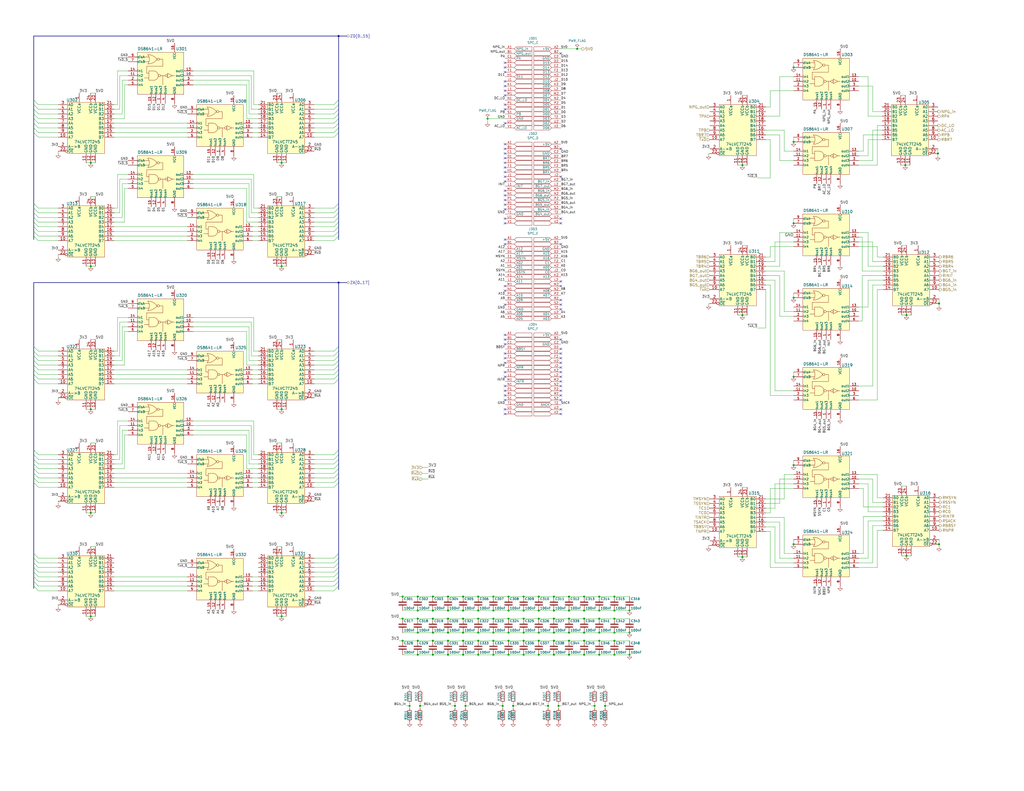
<source format=kicad_sch>
(kicad_sch (version 20230121) (generator eeschema)
  (paper "C")
  (title_block (title "Unibus Bus Drivers and Level Converters") (date "2020-11-16") (rev "0.2") (company "Vintage Computer Engineering"))
  (junction (at 327.025 337.82))
  (junction (at 310.515 345.44))
  (junction (at 269.24 325.755))
  (junction (at 260.985 357.505))
  (junction (at 184.785 154.305))
  (junction (at 252.73 333.375))
  (junction (at 252.73 349.885))
  (junction (at 302.26 333.375))
  (junction (at 327.025 357.505))
  (junction (at 49.53 336.55))
  (junction (at 49.53 88.9))
  (junction (at 433.07 77.47))
  (junction (at 294.005 349.885))
  (junction (at 260.985 333.375))
  (junction (at 49.53 145.415))
  (junction (at 304.8 385.445))
  (junction (at 285.75 337.82))
  (junction (at 236.22 345.44))
  (junction (at 318.77 333.375))
  (junction (at 343.535 357.505))
  (junction (at 335.28 337.82))
  (junction (at 405.13 172.085))
  (junction (at 294.005 357.505))
  (junction (at 294.005 333.375))
  (junction (at 260.985 345.44))
  (junction (at 511.81 83.82))
  (junction (at 327.025 325.755))
  (junction (at 512.445 297.18))
  (junction (at 244.475 357.505))
  (junction (at 494.665 172.085))
  (junction (at 244.475 337.82))
  (junction (at 244.475 345.44))
  (junction (at 302.26 337.82))
  (junction (at 49.53 280.035))
  (junction (at 269.24 357.505))
  (junction (at 302.26 325.755))
  (junction (at 153.67 223.52))
  (junction (at 227.965 337.82))
  (junction (at 244.475 349.885))
  (junction (at 285.75 345.44))
  (junction (at 433.07 254))
  (junction (at 335.28 333.375))
  (junction (at 285.75 349.885))
  (junction (at 494.665 303.53))
  (junction (at 343.535 333.375))
  (junction (at 260.985 325.755))
  (junction (at 252.73 337.82))
  (junction (at 302.26 357.505))
  (junction (at 310.515 357.505))
  (junction (at 405.13 90.17))
  (junction (at 294.005 337.82))
  (junction (at 433.07 162.56))
  (junction (at 327.025 333.375))
  (junction (at 405.13 304.165))
  (junction (at 285.75 325.755))
  (junction (at 269.24 337.82))
  (junction (at 318.77 349.885))
  (junction (at 227.965 325.755))
  (junction (at 314.96 26.67))
  (junction (at 277.495 349.885))
  (junction (at 236.22 333.375))
  (junction (at 280.035 385.445))
  (junction (at 227.965 349.885))
  (junction (at 335.28 325.755))
  (junction (at 252.73 345.44))
  (junction (at 184.785 19.685))
  (junction (at 266.065 64.77))
  (junction (at 277.495 333.375))
  (junction (at 512.445 165.735))
  (junction (at 227.965 345.44))
  (junction (at 277.495 337.82))
  (junction (at 302.26 349.885))
  (junction (at 494.03 90.17))
  (junction (at 318.77 345.44))
  (junction (at 433.07 297.18))
  (junction (at 327.025 349.885))
  (junction (at 49.53 223.52))
  (junction (at 343.535 345.44))
  (junction (at 433.07 205.74))
  (junction (at 252.73 357.505))
  (junction (at 227.965 333.375))
  (junction (at 254 385.445))
  (junction (at 269.24 349.885))
  (junction (at 324.485 385.445))
  (junction (at 223.52 385.445))
  (junction (at 277.495 325.755))
  (junction (at 318.77 357.505))
  (junction (at 229.235 385.445))
  (junction (at 294.005 345.44))
  (junction (at 327.025 345.44))
  (junction (at 153.67 280.035))
  (junction (at 244.475 325.755))
  (junction (at 269.24 345.44))
  (junction (at 236.22 349.885))
  (junction (at 153.67 145.415))
  (junction (at 219.71 337.82))
  (junction (at 299.085 385.445))
  (junction (at 274.32 385.445))
  (junction (at 260.985 337.82))
  (junction (at 310.515 333.375))
  (junction (at 285.75 357.505))
  (junction (at 310.515 349.885))
  (junction (at 236.22 337.82))
  (junction (at 219.71 325.755))
  (junction (at 227.965 357.505))
  (junction (at 153.67 336.55))
  (junction (at 310.515 337.82))
  (junction (at 219.71 349.885))
  (junction (at 310.515 325.755))
  (junction (at 248.285 385.445))
  (junction (at 236.22 357.505))
  (junction (at 269.24 333.375))
  (junction (at 244.475 333.375))
  (junction (at 294.005 325.755))
  (junction (at 260.985 349.885))
  (junction (at 318.77 337.82))
  (junction (at 252.73 325.755))
  (junction (at 318.77 325.755))
  (junction (at 285.75 333.375))
  (junction (at 153.67 88.9))
  (junction (at 277.495 357.505))
  (junction (at 335.28 345.44))
  (junction (at 335.28 349.885))
  (junction (at 302.26 345.44))
  (junction (at 433.07 121.92))
  (junction (at 277.495 345.44))
  (junction (at 433.07 36.83))
  (junction (at 236.22 325.755))
  (junction (at 330.2 385.445))
  (junction (at 335.28 357.505))
  (no_connect (at 275.59 158.75))
  (no_connect (at 275.59 91.44))
  (no_connect (at 275.59 81.28))
  (no_connect (at 275.59 203.2))
  (no_connect (at 306.07 218.44))
  (no_connect (at 275.59 106.68))
  (no_connect (at 275.59 215.9))
  (no_connect (at 306.07 119.38))
  (no_connect (at 275.59 130.81))
  (no_connect (at 275.59 39.37))
  (no_connect (at 275.59 52.07))
  (no_connect (at 275.59 111.76))
  (no_connect (at 306.07 163.83))
  (no_connect (at 275.59 223.52))
  (no_connect (at 275.59 121.92))
  (no_connect (at 275.59 198.12))
  (no_connect (at 306.07 190.5))
  (no_connect (at 275.59 88.9))
  (no_connect (at 275.59 78.74))
  (no_connect (at 275.59 226.06))
  (no_connect (at 306.07 166.37))
  (no_connect (at 306.07 193.04))
  (no_connect (at 306.07 156.21))
  (no_connect (at 275.59 49.53))
  (no_connect (at 275.59 34.29))
  (no_connect (at 306.07 215.9))
  (no_connect (at 306.07 226.06))
  (no_connect (at 306.07 205.74))
  (no_connect (at 306.07 223.52))
  (no_connect (at 275.59 133.35))
  (no_connect (at 275.59 210.82))
  (no_connect (at 306.07 200.66))
  (no_connect (at 306.07 133.35))
  (no_connect (at 306.07 81.28))
  (no_connect (at 275.59 218.44))
  (no_connect (at 306.07 185.42))
  (no_connect (at 275.59 195.58))
  (no_connect (at 275.59 205.74))
  (no_connect (at 275.59 156.21))
  (no_connect (at 275.59 57.15))
  (no_connect (at 306.07 198.12))
  (no_connect (at 275.59 96.52))
  (no_connect (at 275.59 182.88))
  (no_connect (at 275.59 187.96))
  (no_connect (at 275.59 185.42))
  (no_connect (at 275.59 109.22))
  (no_connect (at 306.07 195.58))
  (no_connect (at 306.07 210.82))
  (no_connect (at 275.59 114.3))
  (no_connect (at 275.59 99.06))
  (no_connect (at 275.59 86.36))
  (no_connect (at 275.59 93.98))
  (no_connect (at 275.59 36.83))
  (no_connect (at 275.59 213.36))
  (no_connect (at 275.59 59.69))
  (no_connect (at 306.07 96.52))
  (no_connect (at 275.59 46.99))
  (no_connect (at 306.07 208.28))
  (no_connect (at 275.59 104.14))
  (no_connect (at 275.59 119.38))
  (no_connect (at 306.07 213.36))
  (no_connect (at 275.59 83.82))
  (no_connect (at 275.59 166.37))
  (no_connect (at 306.07 203.2))
  (no_connect (at 275.59 67.31))
  (no_connect (at 306.07 168.91))
  (no_connect (at 275.59 193.04))
  (no_connect (at 306.07 29.21))
  (no_connect (at 306.07 121.92))
  (no_connect (at 306.07 153.67))
  (no_connect (at 275.59 44.45))
  (bus_entry (at 18.415 121.285) (size 2.54 2.54))
  (bus_entry (at 18.415 123.825) (size 2.54 2.54))
  (bus_entry (at 184.785 309.88) (size -2.54 2.54))
  (bus_entry (at 18.415 245.745) (size 2.54 2.54))
  (bus_entry (at 18.415 54.61) (size 2.54 2.54))
  (bus_entry (at 18.415 59.69) (size 2.54 2.54))
  (bus_entry (at 184.785 59.69) (size -2.54 2.54))
  (bus_entry (at 18.415 312.42) (size 2.54 2.54))
  (bus_entry (at 18.415 314.96) (size 2.54 2.54))
  (bus_entry (at 18.415 320.04) (size 2.54 2.54))
  (bus_entry (at 184.785 189.23) (size -2.54 2.54))
  (bus_entry (at 184.785 199.39) (size -2.54 2.54))
  (bus_entry (at 184.785 245.745) (size -2.54 2.54))
  (bus_entry (at 184.785 111.125) (size -2.54 2.54))
  (bus_entry (at 184.785 123.825) (size -2.54 2.54))
  (bus_entry (at 18.415 201.93) (size 2.54 2.54))
  (bus_entry (at 184.785 312.42) (size -2.54 2.54))
  (bus_entry (at 18.415 62.23) (size 2.54 2.54))
  (bus_entry (at 184.785 116.205) (size -2.54 2.54))
  (bus_entry (at 18.415 307.34) (size 2.54 2.54))
  (bus_entry (at 184.785 320.04) (size -2.54 2.54))
  (bus_entry (at 18.415 118.745) (size 2.54 2.54))
  (bus_entry (at 18.415 248.285) (size 2.54 2.54))
  (bus_entry (at 18.415 116.205) (size 2.54 2.54))
  (bus_entry (at 18.415 250.825) (size 2.54 2.54))
  (bus_entry (at 184.785 260.985) (size -2.54 2.54))
  (bus_entry (at 18.415 191.77) (size 2.54 2.54))
  (bus_entry (at 184.785 304.8) (size -2.54 2.54))
  (bus_entry (at 184.785 314.96) (size -2.54 2.54))
  (bus_entry (at 184.785 194.31) (size -2.54 2.54))
  (bus_entry (at 18.415 260.985) (size 2.54 2.54))
  (bus_entry (at 18.415 263.525) (size 2.54 2.54))
  (bus_entry (at 18.415 302.26) (size 2.54 2.54))
  (bus_entry (at 18.415 309.88) (size 2.54 2.54))
  (bus_entry (at 184.785 317.5) (size -2.54 2.54))
  (bus_entry (at 18.415 72.39) (size 2.54 2.54))
  (bus_entry (at 18.415 204.47) (size 2.54 2.54))
  (bus_entry (at 184.785 201.93) (size -2.54 2.54))
  (bus_entry (at 184.785 204.47) (size -2.54 2.54))
  (bus_entry (at 184.785 54.61) (size -2.54 2.54))
  (bus_entry (at 184.785 126.365) (size -2.54 2.54))
  (bus_entry (at 184.785 67.31) (size -2.54 2.54))
  (bus_entry (at 184.785 255.905) (size -2.54 2.54))
  (bus_entry (at 18.415 194.31) (size 2.54 2.54))
  (bus_entry (at 184.785 248.285) (size -2.54 2.54))
  (bus_entry (at 18.415 57.15) (size 2.54 2.54))
  (bus_entry (at 18.415 67.31) (size 2.54 2.54))
  (bus_entry (at 184.785 263.525) (size -2.54 2.54))
  (bus_entry (at 18.415 126.365) (size 2.54 2.54))
  (bus_entry (at 18.415 128.905) (size 2.54 2.54))
  (bus_entry (at 184.785 253.365) (size -2.54 2.54))
  (bus_entry (at 18.415 255.905) (size 2.54 2.54))
  (bus_entry (at 184.785 121.285) (size -2.54 2.54))
  (bus_entry (at 184.785 258.445) (size -2.54 2.54))
  (bus_entry (at 184.785 302.26) (size -2.54 2.54))
  (bus_entry (at 18.415 258.445) (size 2.54 2.54))
  (bus_entry (at 18.415 113.665) (size 2.54 2.54))
  (bus_entry (at 184.785 62.23) (size -2.54 2.54))
  (bus_entry (at 184.785 72.39) (size -2.54 2.54))
  (bus_entry (at 184.785 207.01) (size -2.54 2.54))
  (bus_entry (at 18.415 304.8) (size 2.54 2.54))
  (bus_entry (at 18.415 111.125) (size 2.54 2.54))
  (bus_entry (at 184.785 118.745) (size -2.54 2.54))
  (bus_entry (at 184.785 191.77) (size -2.54 2.54))
  (bus_entry (at 18.415 317.5) (size 2.54 2.54))
  (bus_entry (at 18.415 189.23) (size 2.54 2.54))
  (bus_entry (at 184.785 57.15) (size -2.54 2.54))
  (bus_entry (at 184.785 307.34) (size -2.54 2.54))
  (bus_entry (at 18.415 64.77) (size 2.54 2.54))
  (bus_entry (at 18.415 207.01) (size 2.54 2.54))
  (bus_entry (at 184.785 113.665) (size -2.54 2.54))
  (bus_entry (at 18.415 196.85) (size 2.54 2.54))
  (bus_entry (at 184.785 128.905) (size -2.54 2.54))
  (bus_entry (at 184.785 196.85) (size -2.54 2.54))
  (bus_entry (at 184.785 69.85) (size -2.54 2.54))
  (bus_entry (at 184.785 64.77) (size -2.54 2.54))
  (bus_entry (at 18.415 253.365) (size 2.54 2.54))
  (bus_entry (at 18.415 199.39) (size 2.54 2.54))
  (bus_entry (at 184.785 250.825) (size -2.54 2.54))
  (bus_entry (at 18.415 69.85) (size 2.54 2.54))
  (wire (pts (xy 304.8 384.175) (xy 304.8 385.445)))
  (wire (pts (xy 417.83 158.115) (xy 417.83 179.07)))
  (bus (pts (xy 18.415 253.365) (xy 18.415 255.905)))
  (bus (pts (xy 18.415 59.69) (xy 18.415 62.23)))
  (wire (pts (xy 151.13 145.415) (xy 153.67 145.415)))
  (wire (pts (xy 171.45 196.85) (xy 182.245 196.85)))
  (wire (pts (xy 62.23 322.58) (xy 102.235 322.58)))
  (wire (pts (xy 386.715 297.815) (xy 387.35 297.815)))
  (wire (pts (xy 236.22 357.505) (xy 244.475 357.505)))
  (wire (pts (xy 66.675 178.435) (xy 69.85 178.435)))
  (wire (pts (xy 425.45 304.8) (xy 425.45 285.115)))
  (wire (pts (xy 20.955 207.01) (xy 31.75 207.01)))
  (wire (pts (xy 153.67 336.55) (xy 156.21 336.55)))
  (wire (pts (xy 473.71 63.5) (xy 473.71 41.91)))
  (wire (pts (xy 422.91 142.875) (xy 422.91 132.08)))
  (wire (pts (xy 182.245 201.93) (xy 171.45 201.93)))
  (wire (pts (xy 137.795 204.47) (xy 140.97 204.47)))
  (wire (pts (xy 422.91 277.495) (xy 422.91 264.16)))
  (wire (pts (xy 476.25 46.99) (xy 476.25 60.96)))
  (wire (pts (xy 425.45 87.63) (xy 433.07 87.63)))
  (wire (pts (xy 105.41 175.895) (xy 137.16 175.895)))
  (bus (pts (xy 18.415 67.31) (xy 18.415 69.85)))
  (wire (pts (xy 511.81 81.28) (xy 511.81 83.82)))
  (wire (pts (xy 137.795 131.445) (xy 140.97 131.445)))
  (wire (pts (xy 512.445 165.735) (xy 512.445 163.195)))
  (wire (pts (xy 182.245 123.825) (xy 171.45 123.825)))
  (wire (pts (xy 64.135 248.285) (xy 64.135 229.87)))
  (wire (pts (xy 470.535 175.26) (xy 470.535 150.495)))
  (wire (pts (xy 473.71 41.91) (xy 468.63 41.91)))
  (bus (pts (xy 184.785 191.77) (xy 184.785 194.31)))
  (wire (pts (xy 137.795 322.58) (xy 140.97 322.58)))
  (wire (pts (xy 102.235 72.39) (xy 62.23 72.39)))
  (wire (pts (xy 69.85 175.895) (xy 65.405 175.895)))
  (wire (pts (xy 277.495 325.755) (xy 269.24 325.755)))
  (wire (pts (xy 425.45 41.91) (xy 425.45 63.5)))
  (wire (pts (xy 335.28 349.885) (xy 327.025 349.885)))
  (wire (pts (xy 318.77 337.82) (xy 310.515 337.82)))
  (wire (pts (xy 281.94 385.445) (xy 280.035 385.445)))
  (wire (pts (xy 294.005 325.755) (xy 285.75 325.755)))
  (wire (pts (xy 31.75 59.69) (xy 20.955 59.69)))
  (bus (pts (xy 18.415 314.96) (xy 18.415 317.5)))
  (wire (pts (xy 134.62 121.285) (xy 140.97 121.285)))
  (wire (pts (xy 182.245 72.39) (xy 171.45 72.39)))
  (wire (pts (xy 135.89 196.85) (xy 140.97 196.85)))
  (wire (pts (xy 182.245 258.445) (xy 171.45 258.445)))
  (wire (pts (xy 20.955 72.39) (xy 31.75 72.39)))
  (wire (pts (xy 137.16 59.69) (xy 140.97 59.69)))
  (wire (pts (xy 229.235 384.175) (xy 229.235 385.445)))
  (wire (pts (xy 137.795 209.55) (xy 140.97 209.55)))
  (bus (pts (xy 18.415 317.5) (xy 18.415 320.04)))
  (wire (pts (xy 417.83 140.335) (xy 420.37 140.335)))
  (wire (pts (xy 471.17 281.94) (xy 481.965 281.94)))
  (wire (pts (xy 252.73 337.82) (xy 244.475 337.82)))
  (wire (pts (xy 468.63 129.54) (xy 470.535 129.54)))
  (wire (pts (xy 433.07 172.72) (xy 425.45 172.72)))
  (wire (pts (xy 422.91 287.655) (xy 422.91 307.34)))
  (wire (pts (xy 417.83 272.415) (xy 427.99 272.415)))
  (wire (pts (xy 260.985 357.505) (xy 269.24 357.505)))
  (wire (pts (xy 52.07 145.415) (xy 49.53 145.415)))
  (wire (pts (xy 473.71 167.64) (xy 473.71 153.035)))
  (wire (pts (xy 135.89 100.33) (xy 135.89 118.745)))
  (wire (pts (xy 20.955 67.31) (xy 31.75 67.31)))
  (wire (pts (xy 468.63 175.26) (xy 470.535 175.26)))
  (wire (pts (xy 420.37 155.575) (xy 420.37 215.9)))
  (wire (pts (xy 182.245 128.905) (xy 171.45 128.905)))
  (wire (pts (xy 512.445 165.735) (xy 512.445 167.005)))
  (wire (pts (xy 427.99 302.26) (xy 433.07 302.26)))
  (bus (pts (xy 184.785 204.47) (xy 184.785 207.01)))
  (wire (pts (xy 66.675 118.745) (xy 66.675 100.33)))
  (bus (pts (xy 18.415 57.15) (xy 18.415 59.69)))
  (wire (pts (xy 219.71 357.505) (xy 227.965 357.505)))
  (wire (pts (xy 171.45 131.445) (xy 182.245 131.445)))
  (bus (pts (xy 184.785 302.26) (xy 184.785 304.8)))
  (wire (pts (xy 327.025 337.82) (xy 318.77 337.82)))
  (bus (pts (xy 184.785 54.61) (xy 184.785 57.15)))
  (wire (pts (xy 67.945 64.77) (xy 62.23 64.77)))
  (wire (pts (xy 425.45 145.415) (xy 425.45 127)))
  (bus (pts (xy 184.785 260.985) (xy 184.785 263.525)))
  (wire (pts (xy 31.75 209.55) (xy 20.955 209.55)))
  (bus (pts (xy 184.785 207.01) (xy 184.785 245.745)))
  (wire (pts (xy 102.235 123.825) (xy 62.23 123.825)))
  (wire (pts (xy 62.23 260.985) (xy 102.235 260.985)))
  (wire (pts (xy 280.035 384.175) (xy 280.035 385.445)))
  (wire (pts (xy 31.75 199.39) (xy 20.955 199.39)))
  (wire (pts (xy 433.07 160.02) (xy 433.07 162.56)))
  (wire (pts (xy 294.005 333.375) (xy 302.26 333.375)))
  (wire (pts (xy 420.37 134.62) (xy 433.07 134.62)))
  (wire (pts (xy 335.28 325.755) (xy 327.025 325.755)))
  (wire (pts (xy 171.45 209.55) (xy 182.245 209.55)))
  (wire (pts (xy 306.705 385.445) (xy 304.8 385.445)))
  (wire (pts (xy 277.495 337.82) (xy 269.24 337.82)))
  (wire (pts (xy 471.17 276.86) (xy 471.17 266.7)))
  (wire (pts (xy 343.535 337.82) (xy 335.28 337.82)))
  (bus (pts (xy 18.415 320.04) (xy 18.415 321.31)))
  (wire (pts (xy 468.63 264.16) (xy 473.71 264.16)))
  (bus (pts (xy 18.415 248.285) (xy 18.415 250.825)))
  (wire (pts (xy 468.63 90.17) (xy 478.79 90.17)))
  (wire (pts (xy 171.45 307.34) (xy 182.245 307.34)))
  (wire (pts (xy 407.67 90.17) (xy 405.13 90.17)))
  (wire (pts (xy 269.24 357.505) (xy 277.495 357.505)))
  (wire (pts (xy 31.75 322.58) (xy 20.955 322.58)))
  (wire (pts (xy 285.75 325.755) (xy 277.495 325.755)))
  (wire (pts (xy 52.07 280.035) (xy 49.53 280.035)))
  (wire (pts (xy 285.75 345.44) (xy 294.005 345.44)))
  (wire (pts (xy 105.41 234.95) (xy 135.89 234.95)))
  (wire (pts (xy 481.965 279.4) (xy 473.71 279.4)))
  (wire (pts (xy 171.45 194.31) (xy 182.245 194.31)))
  (bus (pts (xy 184.785 248.285) (xy 184.785 250.825)))
  (wire (pts (xy 252.73 325.755) (xy 244.475 325.755)))
  (wire (pts (xy 476.25 307.34) (xy 476.25 287.02)))
  (wire (pts (xy 140.97 191.77) (xy 138.43 191.77)))
  (wire (pts (xy 468.63 210.82) (xy 476.25 210.82)))
  (wire (pts (xy 335.28 357.505) (xy 343.535 357.505)))
  (wire (pts (xy 49.53 280.035) (xy 46.99 280.035)))
  (wire (pts (xy 324.485 385.445) (xy 322.58 385.445)))
  (wire (pts (xy 478.79 158.115) (xy 481.965 158.115)))
  (wire (pts (xy 425.45 304.8) (xy 433.07 304.8)))
  (wire (pts (xy 433.07 203.2) (xy 433.07 205.74)))
  (wire (pts (xy 227.965 337.82) (xy 219.71 337.82)))
  (bus (pts (xy 18.415 19.685) (xy 18.415 54.61)))
  (wire (pts (xy 62.23 209.55) (xy 102.235 209.55)))
  (wire (pts (xy 62.23 126.365) (xy 102.235 126.365)))
  (bus (pts (xy 184.785 320.04) (xy 184.785 321.945)))
  (wire (pts (xy 20.955 304.8) (xy 31.75 304.8)))
  (wire (pts (xy 244.475 357.505) (xy 252.73 357.505)))
  (wire (pts (xy 327.025 333.375) (xy 335.28 333.375)))
  (wire (pts (xy 105.41 178.435) (xy 135.89 178.435)))
  (wire (pts (xy 138.43 191.77) (xy 138.43 173.355)))
  (wire (pts (xy 230.505 261.62) (xy 233.68 261.62)))
  (bus (pts (xy 18.415 194.31) (xy 18.415 196.85)))
  (wire (pts (xy 105.41 173.355) (xy 138.43 173.355)))
  (wire (pts (xy 134.62 237.49) (xy 134.62 255.905)))
  (wire (pts (xy 422.91 153.035) (xy 422.91 213.36)))
  (wire (pts (xy 481.33 63.5) (xy 473.71 63.5)))
  (wire (pts (xy 478.79 68.58) (xy 478.79 90.17)))
  (wire (pts (xy 269.24 345.44) (xy 277.495 345.44)))
  (wire (pts (xy 219.71 333.375) (xy 227.965 333.375)))
  (wire (pts (xy 137.16 41.275) (xy 137.16 59.69)))
  (wire (pts (xy 471.17 276.86) (xy 481.965 276.86)))
  (bus (pts (xy 18.415 128.905) (xy 18.415 130.81)))
  (wire (pts (xy 473.71 153.035) (xy 481.965 153.035)))
  (wire (pts (xy 244.475 325.755) (xy 236.22 325.755)))
  (wire (pts (xy 31.75 260.985) (xy 20.955 260.985)))
  (wire (pts (xy 105.41 232.41) (xy 137.16 232.41)))
  (wire (pts (xy 476.25 132.08) (xy 476.25 142.875)))
  (wire (pts (xy 420.37 280.035) (xy 420.37 266.7)))
  (wire (pts (xy 227.965 325.755) (xy 219.71 325.755)))
  (bus (pts (xy 184.785 263.525) (xy 184.785 302.26)))
  (wire (pts (xy 62.23 118.745) (xy 66.675 118.745)))
  (wire (pts (xy 422.91 132.08) (xy 433.07 132.08)))
  (wire (pts (xy 171.45 69.85) (xy 182.245 69.85)))
  (wire (pts (xy 335.28 337.82) (xy 327.025 337.82)))
  (wire (pts (xy 171.45 312.42) (xy 182.245 312.42)))
  (wire (pts (xy 327.025 325.755) (xy 318.77 325.755)))
  (wire (pts (xy 105.41 100.33) (xy 135.89 100.33)))
  (wire (pts (xy 171.45 116.205) (xy 182.245 116.205)))
  (bus (pts (xy 18.415 302.26) (xy 18.415 304.8)))
  (wire (pts (xy 137.795 69.85) (xy 140.97 69.85)))
  (wire (pts (xy 219.71 349.885) (xy 217.805 349.885)))
  (wire (pts (xy 153.67 223.52) (xy 156.21 223.52)))
  (wire (pts (xy 62.23 204.47) (xy 102.235 204.47)))
  (wire (pts (xy 427.99 71.12) (xy 427.99 82.55)))
  (wire (pts (xy 512.445 297.18) (xy 512.445 294.64)))
  (wire (pts (xy 512.445 297.18) (xy 512.445 298.45)))
  (wire (pts (xy 52.07 336.55) (xy 49.53 336.55)))
  (wire (pts (xy 277.495 345.44) (xy 285.75 345.44)))
  (wire (pts (xy 294.005 357.505) (xy 302.26 357.505)))
  (wire (pts (xy 277.495 357.505) (xy 285.75 357.505)))
  (wire (pts (xy 137.795 317.5) (xy 140.97 317.5)))
  (bus (pts (xy 184.785 196.85) (xy 184.785 199.39)))
  (wire (pts (xy 478.79 68.58) (xy 481.33 68.58)))
  (wire (pts (xy 476.25 155.575) (xy 481.965 155.575)))
  (bus (pts (xy 18.415 69.85) (xy 18.415 72.39)))
  (wire (pts (xy 153.67 145.415) (xy 156.21 145.415)))
  (bus (pts (xy 184.785 59.69) (xy 184.785 62.23)))
  (wire (pts (xy 433.07 251.46) (xy 433.07 254)))
  (wire (pts (xy 494.03 52.07) (xy 491.49 52.07)))
  (wire (pts (xy 227.965 357.505) (xy 236.22 357.505)))
  (wire (pts (xy 153.67 88.9) (xy 156.21 88.9)))
  (wire (pts (xy 52.07 241.935) (xy 49.53 241.935)))
  (wire (pts (xy 433.07 215.9) (xy 420.37 215.9)))
  (wire (pts (xy 182.245 248.285) (xy 171.45 248.285)))
  (wire (pts (xy 405.13 304.165) (xy 402.59 304.165)))
  (wire (pts (xy 137.16 175.895) (xy 137.16 194.31)))
  (wire (pts (xy 254 384.175) (xy 254 385.445)))
  (wire (pts (xy 137.795 74.93) (xy 140.97 74.93)))
  (wire (pts (xy 151.13 107.315) (xy 153.67 107.315)))
  (wire (pts (xy 468.63 259.08) (xy 478.79 259.08)))
  (wire (pts (xy 252.73 357.505) (xy 260.985 357.505)))
  (wire (pts (xy 137.795 201.93) (xy 140.97 201.93)))
  (wire (pts (xy 105.41 43.815) (xy 135.89 43.815)))
  (wire (pts (xy 31.75 217.17) (xy 31.75 218.44)))
  (wire (pts (xy 102.235 207.01) (xy 62.23 207.01)))
  (wire (pts (xy 105.41 237.49) (xy 134.62 237.49)))
  (wire (pts (xy 219.71 345.44) (xy 227.965 345.44)))
  (wire (pts (xy 62.23 266.065) (xy 102.235 266.065)))
  (wire (pts (xy 67.945 121.285) (xy 62.23 121.285)))
  (wire (pts (xy 66.675 196.85) (xy 66.675 178.435)))
  (bus (pts (xy 18.415 72.39) (xy 18.415 111.125)))
  (wire (pts (xy 324.485 384.175) (xy 324.485 385.445)))
  (bus (pts (xy 184.785 62.23) (xy 184.785 64.77)))
  (bus (pts (xy 18.415 304.8) (xy 18.415 307.34)))
  (wire (pts (xy 468.63 127) (xy 473.71 127)))
  (wire (pts (xy 433.07 121.92) (xy 433.07 119.38)))
  (bus (pts (xy 18.415 258.445) (xy 18.415 260.985)))
  (wire (pts (xy 67.945 255.905) (xy 62.23 255.905)))
  (wire (pts (xy 67.945 237.49) (xy 67.945 255.905)))
  (wire (pts (xy 476.25 287.02) (xy 481.965 287.02)))
  (wire (pts (xy 69.85 180.975) (xy 67.945 180.975)))
  (wire (pts (xy 62.23 69.85) (xy 102.235 69.85)))
  (wire (pts (xy 227.965 333.375) (xy 236.22 333.375)))
  (wire (pts (xy 64.135 38.735) (xy 69.85 38.735)))
  (wire (pts (xy 65.405 116.205) (xy 62.23 116.205)))
  (wire (pts (xy 417.83 71.12) (xy 427.99 71.12)))
  (bus (pts (xy 184.785 69.85) (xy 184.785 72.39)))
  (wire (pts (xy 302.26 325.755) (xy 294.005 325.755)))
  (wire (pts (xy 285.75 337.82) (xy 277.495 337.82)))
  (wire (pts (xy 171.45 204.47) (xy 182.245 204.47)))
  (wire (pts (xy 52.07 107.315) (xy 49.53 107.315)))
  (wire (pts (xy 244.475 349.885) (xy 236.22 349.885)))
  (wire (pts (xy 274.32 385.445) (xy 274.32 386.715)))
  (wire (pts (xy 137.795 72.39) (xy 140.97 72.39)))
  (bus (pts (xy 184.785 309.88) (xy 184.785 312.42)))
  (wire (pts (xy 335.28 333.375) (xy 343.535 333.375)))
  (wire (pts (xy 137.16 194.31) (xy 140.97 194.31)))
  (wire (pts (xy 427.99 259.08) (xy 433.07 259.08)))
  (wire (pts (xy 182.245 113.665) (xy 171.45 113.665)))
  (wire (pts (xy 492.125 265.43) (xy 494.665 265.43)))
  (wire (pts (xy 306.07 26.67) (xy 314.96 26.67)))
  (wire (pts (xy 420.37 290.195) (xy 420.37 309.88)))
  (bus (pts (xy 18.415 204.47) (xy 18.415 207.01)))
  (wire (pts (xy 417.83 76.2) (xy 420.37 76.2)))
  (wire (pts (xy 137.795 258.445) (xy 140.97 258.445)))
  (wire (pts (xy 62.23 62.23) (xy 66.675 62.23)))
  (wire (pts (xy 266.065 64.77) (xy 266.065 66.675)))
  (wire (pts (xy 324.485 385.445) (xy 324.485 386.715)))
  (bus (pts (xy 184.785 116.205) (xy 184.785 118.745)))
  (wire (pts (xy 302.26 333.375) (xy 310.515 333.375)))
  (wire (pts (xy 294.005 337.82) (xy 285.75 337.82)))
  (wire (pts (xy 468.63 132.08) (xy 476.25 132.08)))
  (wire (pts (xy 105.41 180.975) (xy 134.62 180.975)))
  (wire (pts (xy 468.63 85.09) (xy 473.71 85.09)))
  (bus (pts (xy 18.415 255.905) (xy 18.415 258.445)))
  (wire (pts (xy 31.75 64.77) (xy 20.955 64.77)))
  (wire (pts (xy 137.16 250.825) (xy 140.97 250.825)))
  (bus (pts (xy 184.785 189.23) (xy 184.785 191.77)))
  (wire (pts (xy 294.005 345.44) (xy 302.26 345.44)))
  (wire (pts (xy 420.37 58.42) (xy 417.83 58.42)))
  (bus (pts (xy 184.785 118.745) (xy 184.785 121.285)))
  (wire (pts (xy 102.235 128.905) (xy 62.23 128.905)))
  (wire (pts (xy 223.52 384.175) (xy 223.52 385.445)))
  (bus (pts (xy 18.415 62.23) (xy 18.415 64.77)))
  (wire (pts (xy 171.45 126.365) (xy 182.245 126.365)))
  (wire (pts (xy 405.13 90.17) (xy 402.59 90.17)))
  (wire (pts (xy 52.07 223.52) (xy 49.53 223.52)))
  (wire (pts (xy 105.41 97.79) (xy 137.16 97.79)))
  (wire (pts (xy 49.53 336.55) (xy 46.99 336.55)))
  (wire (pts (xy 31.75 139.065) (xy 31.75 140.335)))
  (wire (pts (xy 468.63 82.55) (xy 471.17 82.55)))
  (wire (pts (xy 248.285 385.445) (xy 246.38 385.445)))
  (bus (pts (xy 184.785 64.77) (xy 184.785 67.31)))
  (wire (pts (xy 476.25 71.12) (xy 476.25 87.63)))
  (bus (pts (xy 18.415 154.305) (xy 184.785 154.305)))
  (wire (pts (xy 248.285 384.175) (xy 248.285 385.445)))
  (wire (pts (xy 473.71 284.48) (xy 473.71 304.8)))
  (wire (pts (xy 49.53 88.9) (xy 46.99 88.9)))
  (wire (pts (xy 417.83 179.07) (xy 413.385 179.07)))
  (wire (pts (xy 473.71 304.8) (xy 468.63 304.8)))
  (wire (pts (xy 310.515 349.885) (xy 302.26 349.885)))
  (wire (pts (xy 182.245 191.77) (xy 171.45 191.77)))
  (wire (pts (xy 182.245 320.04) (xy 171.45 320.04)))
  (wire (pts (xy 52.07 50.8) (xy 49.53 50.8)))
  (wire (pts (xy 481.965 142.875) (xy 476.25 142.875)))
  (wire (pts (xy 420.37 309.88) (xy 433.07 309.88)))
  (bus (pts (xy 18.415 116.205) (xy 18.415 118.745)))
  (wire (pts (xy 62.23 253.365) (xy 66.675 253.365)))
  (wire (pts (xy 69.85 97.79) (xy 65.405 97.79)))
  (wire (pts (xy 476.25 155.575) (xy 476.25 210.82)))
  (bus (pts (xy 184.785 250.825) (xy 184.785 253.365)))
  (wire (pts (xy 31.75 250.825) (xy 20.955 250.825)))
  (wire (pts (xy 31.75 312.42) (xy 20.955 312.42)))
  (wire (pts (xy 468.63 307.34) (xy 476.25 307.34)))
  (wire (pts (xy 105.41 229.87) (xy 138.43 229.87)))
  (wire (pts (xy 478.79 259.08) (xy 478.79 271.78)))
  (wire (pts (xy 182.245 263.525) (xy 171.45 263.525)))
  (wire (pts (xy 49.53 145.415) (xy 46.99 145.415)))
  (bus (pts (xy 18.415 245.745) (xy 18.415 248.285)))
  (wire (pts (xy 62.23 317.5) (xy 102.235 317.5)))
  (wire (pts (xy 266.065 64.77) (xy 275.59 64.77)))
  (wire (pts (xy 511.81 83.82) (xy 511.81 85.09)))
  (bus (pts (xy 184.785 199.39) (xy 184.785 201.93)))
  (wire (pts (xy 171.45 253.365) (xy 182.245 253.365)))
  (wire (pts (xy 138.43 57.15) (xy 138.43 38.735)))
  (wire (pts (xy 471.17 266.7) (xy 468.63 266.7)))
  (wire (pts (xy 491.49 90.17) (xy 494.03 90.17)))
  (bus (pts (xy 184.785 312.42) (xy 184.785 314.96)))
  (wire (pts (xy 254 385.445) (xy 254 386.715)))
  (wire (pts (xy 433.07 213.36) (xy 422.91 213.36)))
  (bus (pts (xy 18.415 118.745) (xy 18.415 121.285)))
  (bus (pts (xy 18.415 121.285) (xy 18.415 123.825)))
  (wire (pts (xy 417.83 282.575) (xy 427.99 282.575)))
  (wire (pts (xy 405.13 133.985) (xy 407.67 133.985)))
  (wire (pts (xy 299.085 384.175) (xy 299.085 385.445)))
  (wire (pts (xy 433.07 77.47) (xy 433.07 74.93)))
  (wire (pts (xy 62.23 74.93) (xy 102.235 74.93)))
  (bus (pts (xy 18.415 201.93) (xy 18.415 204.47)))
  (bus (pts (xy 18.415 54.61) (xy 18.415 57.15)))
  (wire (pts (xy 231.14 385.445) (xy 229.235 385.445)))
  (wire (pts (xy 105.41 38.735) (xy 138.43 38.735)))
  (wire (pts (xy 314.96 26.67) (xy 317.5 26.67)))
  (wire (pts (xy 171.45 199.39) (xy 182.245 199.39)))
  (wire (pts (xy 433.07 294.64) (xy 433.07 297.18)))
  (wire (pts (xy 20.955 57.15) (xy 31.75 57.15)))
  (wire (pts (xy 476.25 274.32) (xy 476.25 261.62)))
  (wire (pts (xy 105.41 102.87) (xy 134.62 102.87)))
  (wire (pts (xy 236.22 349.885) (xy 227.965 349.885)))
  (wire (pts (xy 277.495 333.375) (xy 285.75 333.375)))
  (wire (pts (xy 481.965 289.56) (xy 478.79 289.56)))
  (wire (pts (xy 468.63 46.99) (xy 476.25 46.99)))
  (wire (pts (xy 494.665 133.985) (xy 492.125 133.985)))
  (wire (pts (xy 31.75 126.365) (xy 20.955 126.365)))
  (wire (pts (xy 425.45 150.495) (xy 425.45 172.72)))
  (bus (pts (xy 18.415 64.77) (xy 18.415 67.31)))
  (wire (pts (xy 244.475 333.375) (xy 252.73 333.375)))
  (wire (pts (xy 69.85 237.49) (xy 67.945 237.49)))
  (wire (pts (xy 405.13 52.07) (xy 407.67 52.07)))
  (wire (pts (xy 425.45 274.955) (xy 417.83 274.955)))
  (wire (pts (xy 137.795 260.985) (xy 140.97 260.985)))
  (wire (pts (xy 420.37 49.53) (xy 420.37 58.42)))
  (bus (pts (xy 184.785 304.8) (xy 184.785 307.34)))
  (wire (pts (xy 285.75 333.375) (xy 294.005 333.375)))
  (wire (pts (xy 20.955 314.96) (xy 31.75 314.96)))
  (wire (pts (xy 473.71 76.2) (xy 481.33 76.2)))
  (bus (pts (xy 184.785 255.905) (xy 184.785 258.445)))
  (wire (pts (xy 31.75 330.2) (xy 31.75 331.47)))
  (wire (pts (xy 417.83 73.66) (xy 425.45 73.66)))
  (wire (pts (xy 102.235 258.445) (xy 62.23 258.445)))
  (wire (pts (xy 425.45 285.115) (xy 417.83 285.115)))
  (wire (pts (xy 62.23 191.77) (xy 64.135 191.77)))
  (wire (pts (xy 65.405 97.79) (xy 65.405 116.205)))
  (wire (pts (xy 223.52 385.445) (xy 221.615 385.445)))
  (bus (pts (xy 18.415 189.23) (xy 18.415 191.77)))
  (wire (pts (xy 285.75 349.885) (xy 277.495 349.885)))
  (wire (pts (xy 255.905 385.445) (xy 254 385.445)))
  (wire (pts (xy 417.83 153.035) (xy 422.91 153.035)))
  (wire (pts (xy 65.405 175.895) (xy 65.405 194.31)))
  (wire (pts (xy 49.53 223.52) (xy 46.99 223.52)))
  (bus (pts (xy 184.785 194.31) (xy 184.785 196.85)))
  (wire (pts (xy 62.23 57.15) (xy 64.135 57.15)))
  (wire (pts (xy 494.665 303.53) (xy 497.205 303.53)))
  (wire (pts (xy 402.59 172.085) (xy 405.13 172.085)))
  (wire (pts (xy 386.715 165.735) (xy 387.35 165.735)))
  (wire (pts (xy 471.17 82.55) (xy 471.17 73.66)))
  (wire (pts (xy 327.025 349.885) (xy 318.77 349.885)))
  (wire (pts (xy 171.45 309.88) (xy 182.245 309.88)))
  (wire (pts (xy 20.955 191.77) (xy 31.75 191.77)))
  (wire (pts (xy 151.13 336.55) (xy 153.67 336.55)))
  (wire (pts (xy 171.45 118.745) (xy 182.245 118.745)))
  (bus (pts (xy 184.785 123.825) (xy 184.785 126.365)))
  (wire (pts (xy 31.75 121.285) (xy 20.955 121.285)))
  (bus (pts (xy 18.415 154.305) (xy 18.415 189.23)))
  (wire (pts (xy 135.89 253.365) (xy 140.97 253.365)))
  (wire (pts (xy 171.45 317.5) (xy 182.245 317.5)))
  (wire (pts (xy 137.16 232.41) (xy 137.16 250.825)))
  (wire (pts (xy 470.535 150.495) (xy 481.965 150.495)))
  (wire (pts (xy 422.91 264.16) (xy 433.07 264.16)))
  (wire (pts (xy 417.83 290.195) (xy 420.37 290.195)))
  (wire (pts (xy 318.77 325.755) (xy 310.515 325.755)))
  (wire (pts (xy 31.75 131.445) (xy 20.955 131.445)))
  (wire (pts (xy 171.45 255.905) (xy 182.245 255.905)))
  (wire (pts (xy 105.41 46.355) (xy 134.62 46.355)))
  (wire (pts (xy 66.675 62.23) (xy 66.675 43.815)))
  (wire (pts (xy 405.13 266.065) (xy 407.67 266.065)))
  (wire (pts (xy 31.75 74.93) (xy 20.955 74.93)))
  (wire (pts (xy 171.45 266.065) (xy 182.245 266.065)))
  (bus (pts (xy 18.415 111.125) (xy 18.415 113.665)))
  (wire (pts (xy 31.75 253.365) (xy 20.955 253.365)))
  (wire (pts (xy 433.07 170.18) (xy 427.99 170.18)))
  (wire (pts (xy 274.32 384.175) (xy 274.32 385.445)))
  (wire (pts (xy 140.97 248.285) (xy 138.43 248.285)))
  (bus (pts (xy 184.785 111.125) (xy 184.785 113.665)))
  (wire (pts (xy 236.22 325.755) (xy 227.965 325.755)))
  (wire (pts (xy 52.07 185.42) (xy 49.53 185.42)))
  (wire (pts (xy 69.85 46.355) (xy 67.945 46.355)))
  (wire (pts (xy 31.75 255.905) (xy 20.955 255.905)))
  (wire (pts (xy 260.985 337.82) (xy 252.73 337.82)))
  (wire (pts (xy 470.535 147.955) (xy 481.965 147.955)))
  (wire (pts (xy 67.945 46.355) (xy 67.945 64.77)))
  (wire (pts (xy 481.33 73.66) (xy 471.17 73.66)))
  (wire (pts (xy 102.235 314.96) (xy 62.23 314.96)))
  (wire (pts (xy 171.45 59.69) (xy 182.245 59.69)))
  (wire (pts (xy 65.405 194.31) (xy 62.23 194.31)))
  (wire (pts (xy 478.79 289.56) (xy 478.79 309.88)))
  (wire (pts (xy 65.405 41.275) (xy 65.405 59.69)))
  (wire (pts (xy 478.79 140.335) (xy 481.965 140.335)))
  (wire (pts (xy 236.22 337.82) (xy 227.965 337.82)))
  (wire (pts (xy 476.25 60.96) (xy 481.33 60.96)))
  (wire (pts (xy 473.71 85.09) (xy 473.71 76.2)))
  (wire (pts (xy 66.675 253.365) (xy 66.675 234.95)))
  (bus (pts (xy 18.415 19.685) (xy 184.785 19.685)))
  (wire (pts (xy 417.83 150.495) (xy 425.45 150.495)))
  (wire (pts (xy 244.475 337.82) (xy 236.22 337.82)))
  (wire (pts (xy 405.13 172.085) (xy 407.67 172.085)))
  (wire (pts (xy 31.75 196.85) (xy 20.955 196.85)))
  (wire (pts (xy 269.24 325.755) (xy 260.985 325.755)))
  (wire (pts (xy 478.79 134.62) (xy 478.79 140.335)))
  (wire (pts (xy 102.235 263.525) (xy 62.23 263.525)))
  (wire (pts (xy 137.795 67.31) (xy 140.97 67.31)))
  (bus (pts (xy 184.785 154.305) (xy 184.785 189.23)))
  (wire (pts (xy 64.135 229.87) (xy 69.85 229.87)))
  (wire (pts (xy 343.535 349.885) (xy 335.28 349.885)))
  (wire (pts (xy 31.75 317.5) (xy 20.955 317.5)))
  (bus (pts (xy 184.785 19.685) (xy 189.23 19.685)))
  (wire (pts (xy 153.67 280.035) (xy 156.21 280.035)))
  (wire (pts (xy 471.17 302.26) (xy 471.17 281.94)))
  (wire (pts (xy 135.89 62.23) (xy 140.97 62.23)))
  (wire (pts (xy 481.965 284.48) (xy 473.71 284.48)))
  (wire (pts (xy 330.2 385.445) (xy 330.2 386.715)))
  (wire (pts (xy 433.07 261.62) (xy 425.45 261.62)))
  (wire (pts (xy 302.26 349.885) (xy 294.005 349.885)))
  (wire (pts (xy 151.13 185.42) (xy 153.67 185.42)))
  (wire (pts (xy 151.13 88.9) (xy 153.67 88.9)))
  (wire (pts (xy 20.955 258.445) (xy 31.75 258.445)))
  (wire (pts (xy 310.515 325.755) (xy 302.26 325.755)))
  (wire (pts (xy 20.955 248.285) (xy 31.75 248.285)))
  (wire (pts (xy 332.105 385.445) (xy 330.2 385.445)))
  (wire (pts (xy 417.83 277.495) (xy 422.91 277.495)))
  (wire (pts (xy 137.795 123.825) (xy 140.97 123.825)))
  (bus (pts (xy 184.785 258.445) (xy 184.785 260.985)))
  (wire (pts (xy 31.75 266.065) (xy 20.955 266.065)))
  (bus (pts (xy 18.415 113.665) (xy 18.415 116.205)))
  (wire (pts (xy 420.37 266.7) (xy 433.07 266.7)))
  (wire (pts (xy 105.41 95.25) (xy 138.43 95.25)))
  (wire (pts (xy 427.99 282.575) (xy 427.99 302.26)))
  (wire (pts (xy 299.085 385.445) (xy 299.085 386.715)))
  (wire (pts (xy 135.89 178.435) (xy 135.89 196.85)))
  (wire (pts (xy 294.005 349.885) (xy 285.75 349.885)))
  (wire (pts (xy 20.955 201.93) (xy 31.75 201.93)))
  (wire (pts (xy 310.515 345.44) (xy 318.77 345.44)))
  (bus (pts (xy 18.415 196.85) (xy 18.415 199.39)))
  (wire (pts (xy 260.985 325.755) (xy 252.73 325.755)))
  (wire (pts (xy 318.77 345.44) (xy 327.025 345.44)))
  (wire (pts (xy 135.89 43.815) (xy 135.89 62.23)))
  (wire (pts (xy 302.26 337.82) (xy 294.005 337.82)))
  (wire (pts (xy 302.26 345.44) (xy 310.515 345.44)))
  (wire (pts (xy 134.62 102.87) (xy 134.62 121.285)))
  (wire (pts (xy 468.63 134.62) (xy 478.79 134.62)))
  (wire (pts (xy 64.135 173.355) (xy 69.85 173.355)))
  (wire (pts (xy 31.75 204.47) (xy 20.955 204.47)))
  (wire (pts (xy 327.025 357.505) (xy 335.28 357.505)))
  (wire (pts (xy 67.945 180.975) (xy 67.945 199.39)))
  (wire (pts (xy 230.505 255.27) (xy 233.68 255.27)))
  (wire (pts (xy 269.24 337.82) (xy 260.985 337.82)))
  (wire (pts (xy 318.77 333.375) (xy 327.025 333.375)))
  (wire (pts (xy 425.45 261.62) (xy 425.45 274.955)))
  (wire (pts (xy 417.83 287.655) (xy 422.91 287.655)))
  (wire (pts (xy 420.37 76.2) (xy 420.37 97.155)))
  (wire (pts (xy 138.43 113.665) (xy 138.43 95.25)))
  (wire (pts (xy 64.135 191.77) (xy 64.135 173.355)))
  (wire (pts (xy 417.83 145.415) (xy 425.45 145.415)))
  (wire (pts (xy 227.965 345.44) (xy 236.22 345.44)))
  (wire (pts (xy 304.8 385.445) (xy 304.8 386.715)))
  (wire (pts (xy 420.37 97.155) (xy 413.385 97.155)))
  (wire (pts (xy 422.91 307.34) (xy 433.07 307.34)))
  (wire (pts (xy 260.985 345.44) (xy 269.24 345.44)))
  (wire (pts (xy 227.965 349.885) (xy 219.71 349.885)))
  (wire (pts (xy 425.45 41.91) (xy 433.07 41.91)))
  (wire (pts (xy 468.63 167.64) (xy 473.71 167.64)))
  (wire (pts (xy 69.85 232.41) (xy 65.405 232.41)))
  (bus (pts (xy 18.415 126.365) (xy 18.415 128.905)))
  (wire (pts (xy 31.75 82.55) (xy 31.75 83.82)))
  (wire (pts (xy 478.79 158.115) (xy 478.79 218.44)))
  (wire (pts (xy 102.235 320.04) (xy 62.23 320.04)))
  (wire (pts (xy 236.22 345.44) (xy 244.475 345.44)))
  (wire (pts (xy 66.675 43.815) (xy 69.85 43.815)))
  (wire (pts (xy 236.22 333.375) (xy 244.475 333.375)))
  (wire (pts (xy 219.71 337.82) (xy 217.805 337.82)))
  (wire (pts (xy 134.62 64.77) (xy 140.97 64.77)))
  (wire (pts (xy 219.71 325.755) (xy 217.805 325.755)))
  (bus (pts (xy 184.785 307.34) (xy 184.785 309.88)))
  (wire (pts (xy 476.25 71.12) (xy 481.33 71.12)))
  (bus (pts (xy 18.415 123.825) (xy 18.415 126.365)))
  (wire (pts (xy 407.67 304.165) (xy 405.13 304.165)))
  (wire (pts (xy 31.75 69.85) (xy 20.955 69.85)))
  (wire (pts (xy 229.235 385.445) (xy 229.235 386.715)))
  (wire (pts (xy 182.245 67.31) (xy 171.45 67.31)))
  (bus (pts (xy 18.415 250.825) (xy 18.415 253.365)))
  (bus (pts (xy 184.785 245.745) (xy 184.785 248.285)))
  (bus (pts (xy 18.415 307.34) (xy 18.415 309.88)))
  (wire (pts (xy 20.955 320.04) (xy 31.75 320.04)))
  (wire (pts (xy 433.07 82.55) (xy 427.99 82.55)))
  (wire (pts (xy 425.45 73.66) (xy 425.45 87.63)))
  (wire (pts (xy 171.45 322.58) (xy 182.245 322.58)))
  (wire (pts (xy 138.43 248.285) (xy 138.43 229.87)))
  (wire (pts (xy 302.26 357.505) (xy 310.515 357.505)))
  (wire (pts (xy 137.795 266.065) (xy 140.97 266.065)))
  (wire (pts (xy 310.515 357.505) (xy 318.77 357.505)))
  (wire (pts (xy 137.795 314.96) (xy 140.97 314.96)))
  (wire (pts (xy 285.75 357.505) (xy 294.005 357.505)))
  (wire (pts (xy 20.955 263.525) (xy 31.75 263.525)))
  (wire (pts (xy 151.13 280.035) (xy 153.67 280.035)))
  (wire (pts (xy 478.79 309.88) (xy 468.63 309.88)))
  (wire (pts (xy 478.79 218.44) (xy 468.63 218.44)))
  (wire (pts (xy 66.675 234.95) (xy 69.85 234.95)))
  (bus (pts (xy 184.785 121.285) (xy 184.785 123.825)))
  (wire (pts (xy 433.07 49.53) (xy 420.37 49.53)))
  (wire (pts (xy 64.135 57.15) (xy 64.135 38.735)))
  (wire (pts (xy 105.41 41.275) (xy 137.16 41.275)))
  (wire (pts (xy 427.99 147.955) (xy 427.99 170.18)))
  (wire (pts (xy 134.62 199.39) (xy 140.97 199.39)))
  (bus (pts (xy 184.785 317.5) (xy 184.785 320.04)))
  (wire (pts (xy 417.83 142.875) (xy 422.91 142.875)))
  (wire (pts (xy 20.955 113.665) (xy 31.75 113.665)))
  (wire (pts (xy 468.63 302.26) (xy 471.17 302.26)))
  (wire (pts (xy 151.13 50.8) (xy 153.67 50.8)))
  (wire (pts (xy 252.73 349.885) (xy 244.475 349.885)))
  (bus (pts (xy 18.415 207.01) (xy 18.415 245.745)))
  (wire (pts (xy 137.16 116.205) (xy 140.97 116.205)))
  (wire (pts (xy 31.75 307.34) (xy 20.955 307.34)))
  (wire (pts (xy 494.665 172.085) (xy 497.205 172.085)))
  (wire (pts (xy 182.245 207.01) (xy 171.45 207.01)))
  (wire (pts (xy 260.985 333.375) (xy 269.24 333.375)))
  (wire (pts (xy 492.125 303.53) (xy 494.665 303.53)))
  (wire (pts (xy 67.945 199.39) (xy 62.23 199.39)))
  (wire (pts (xy 52.07 88.9) (xy 49.53 88.9)))
  (wire (pts (xy 481.965 271.78) (xy 478.79 271.78)))
  (bus (pts (xy 184.785 72.39) (xy 184.785 111.125)))
  (wire (pts (xy 182.245 304.8) (xy 171.45 304.8)))
  (wire (pts (xy 66.675 100.33) (xy 69.85 100.33)))
  (bus (pts (xy 184.785 154.305) (xy 189.23 154.305)))
  (bus (pts (xy 18.415 260.985) (xy 18.415 263.525)))
  (wire (pts (xy 299.085 385.445) (xy 297.18 385.445)))
  (wire (pts (xy 137.795 207.01) (xy 140.97 207.01)))
  (wire (pts (xy 427.99 272.415) (xy 427.99 259.08)))
  (wire (pts (xy 62.23 131.445) (xy 102.235 131.445)))
  (wire (pts (xy 31.75 62.23) (xy 20.955 62.23)))
  (wire (pts (xy 151.13 223.52) (xy 153.67 223.52)))
  (wire (pts (xy 140.97 57.15) (xy 138.43 57.15)))
  (wire (pts (xy 280.035 385.445) (xy 280.035 386.715)))
  (wire (pts (xy 277.495 349.885) (xy 269.24 349.885)))
  (wire (pts (xy 171.45 64.77) (xy 182.245 64.77)))
  (wire (pts (xy 343.535 325.755) (xy 335.28 325.755)))
  (wire (pts (xy 420.37 140.335) (xy 420.37 134.62)))
  (wire (pts (xy 137.16 97.79) (xy 137.16 116.205)))
  (wire (pts (xy 468.63 87.63) (xy 476.25 87.63)))
  (wire (pts (xy 31.75 194.31) (xy 20.955 194.31)))
  (wire (pts (xy 69.85 41.275) (xy 65.405 41.275)))
  (wire (pts (xy 135.89 234.95) (xy 135.89 253.365)))
  (wire (pts (xy 140.97 113.665) (xy 138.43 113.665)))
  (wire (pts (xy 494.03 90.17) (xy 496.57 90.17)))
  (bus (pts (xy 184.785 67.31) (xy 184.785 69.85)))
  (wire (pts (xy 417.83 280.035) (xy 420.37 280.035)))
  (wire (pts (xy 137.795 128.905) (xy 140.97 128.905)))
  (wire (pts (xy 31.75 309.88) (xy 20.955 309.88)))
  (wire (pts (xy 223.52 385.445) (xy 223.52 386.715)))
  (wire (pts (xy 269.24 349.885) (xy 260.985 349.885)))
  (bus (pts (xy 18.415 199.39) (xy 18.415 201.93)))
  (bus (pts (xy 18.415 263.525) (xy 18.415 302.26)))
  (wire (pts (xy 102.235 201.93) (xy 62.23 201.93)))
  (wire (pts (xy 248.285 385.445) (xy 248.285 386.715)))
  (bus (pts (xy 184.785 126.365) (xy 184.785 128.905)))
  (wire (pts (xy 135.89 118.745) (xy 140.97 118.745)))
  (wire (pts (xy 386.715 166.37) (xy 386.715 165.735)))
  (wire (pts (xy 171.45 74.93) (xy 182.245 74.93)))
  (wire (pts (xy 476.25 261.62) (xy 468.63 261.62)))
  (wire (pts (xy 244.475 345.44) (xy 252.73 345.44)))
  (wire (pts (xy 386.715 84.455) (xy 386.715 83.82)))
  (wire (pts (xy 31.75 116.205) (xy 20.955 116.205)))
  (bus (pts (xy 184.785 128.905) (xy 184.785 130.81)))
  (bus (pts (xy 18.415 312.42) (xy 18.415 314.96)))
  (wire (pts (xy 473.71 264.16) (xy 473.71 279.4)))
  (bus (pts (xy 184.785 57.15) (xy 184.785 59.69)))
  (wire (pts (xy 425.45 63.5) (xy 417.83 63.5)))
  (wire (pts (xy 470.535 129.54) (xy 470.535 147.955)))
  (wire (pts (xy 473.71 145.415) (xy 481.965 145.415)))
  (wire (pts (xy 230.505 258.445) (xy 233.68 258.445)))
  (wire (pts (xy 64.135 95.25) (xy 69.85 95.25)))
  (wire (pts (xy 64.135 113.665) (xy 64.135 95.25)))
  (wire (pts (xy 269.24 333.375) (xy 277.495 333.375)))
  (wire (pts (xy 134.62 46.355) (xy 134.62 64.77)))
  (wire (pts (xy 171.45 250.825) (xy 182.245 250.825)))
  (wire (pts (xy 171.45 260.985) (xy 182.245 260.985)))
  (wire (pts (xy 62.23 196.85) (xy 66.675 196.85)))
  (wire (pts (xy 386.715 83.82) (xy 387.35 83.82)))
  (wire (pts (xy 67.945 102.87) (xy 67.945 121.285)))
  (wire (pts (xy 171.45 62.23) (xy 182.245 62.23)))
  (wire (pts (xy 137.795 263.525) (xy 140.97 263.525)))
  (wire (pts (xy 420.37 155.575) (xy 417.83 155.575)))
  (wire (pts (xy 134.62 255.905) (xy 140.97 255.905)))
  (bus (pts (xy 184.785 113.665) (xy 184.785 116.205)))
  (wire (pts (xy 137.795 320.04) (xy 140.97 320.04)))
  (wire (pts (xy 62.23 113.665) (xy 64.135 113.665)))
  (bus (pts (xy 18.415 309.88) (xy 18.415 312.42)))
  (wire (pts (xy 310.515 337.82) (xy 302.26 337.82)))
  (wire (pts (xy 182.245 57.15) (xy 171.45 57.15)))
  (bus (pts (xy 184.785 314.96) (xy 184.785 317.5)))
  (wire (pts (xy 433.07 36.83) (xy 433.07 34.29)))
  (wire (pts (xy 252.73 345.44) (xy 260.985 345.44)))
  (wire (pts (xy 476.25 274.32) (xy 481.965 274.32)))
  (wire (pts (xy 318.77 349.885) (xy 310.515 349.885)))
  (wire (pts (xy 151.13 298.45) (xy 153.67 298.45)))
  (wire (pts (xy 102.235 67.31) (xy 62.23 67.31)))
  (bus (pts (xy 184.785 201.93) (xy 184.785 204.47)))
  (wire (pts (xy 274.32 385.445) (xy 272.415 385.445)))
  (wire (pts (xy 492.125 172.085) (xy 494.665 172.085)))
  (wire (pts (xy 417.83 147.955) (xy 427.99 147.955)))
  (wire (pts (xy 335.28 345.44) (xy 343.535 345.44)))
  (wire (pts (xy 20.955 128.905) (xy 31.75 128.905)))
  (wire (pts (xy 31.75 118.745) (xy 20.955 118.745)))
  (wire (pts (xy 69.85 102.87) (xy 67.945 102.87)))
  (wire (pts (xy 260.985 349.885) (xy 252.73 349.885)))
  (wire (pts (xy 20.955 123.825) (xy 31.75 123.825)))
  (wire (pts (xy 330.2 384.175) (xy 330.2 385.445)))
  (wire (pts (xy 310.515 333.375) (xy 318.77 333.375)))
  (wire (pts (xy 65.405 59.69) (xy 62.23 59.69)))
  (bus (pts (xy 18.415 191.77) (xy 18.415 194.31)))
  (wire (pts (xy 386.715 298.45) (xy 386.715 297.815)))
  (wire (pts (xy 31.75 273.685) (xy 31.75 274.955)))
  (wire (pts (xy 65.405 232.41) (xy 65.405 250.825)))
  (wire (pts (xy 252.73 333.375) (xy 260.985 333.375)))
  (wire (pts (xy 171.45 121.285) (xy 182.245 121.285)))
  (wire (pts (xy 182.245 314.96) (xy 171.45 314.96)))
  (wire (pts (xy 137.795 126.365) (xy 140.97 126.365)))
  (bus (pts (xy 184.785 253.365) (xy 184.785 255.905)))
  (wire (pts (xy 65.405 250.825) (xy 62.23 250.825)))
  (wire (pts (xy 473.71 127) (xy 473.71 145.415)))
  (wire (pts (xy 134.62 180.975) (xy 134.62 199.39)))
  (wire (pts (xy 52.07 298.45) (xy 49.53 298.45)))
  (wire (pts (xy 318.77 357.505) (xy 327.025 357.505)))
  (wire (pts (xy 327.025 345.44) (xy 335.28 345.44)))
  (wire (pts (xy 62.23 248.285) (xy 64.135 248.285)))
  (wire (pts (xy 425.45 127) (xy 433.07 127)))
  (bus (pts (xy 184.785 19.685) (xy 184.785 54.61)))
  (wire (pts (xy 151.13 241.935) (xy 153.67 241.935)))
  (label "D12" (at 306.07 41.91 0))
  (label "~{TxA_5}" (at 69.85 224.79 180))
  (label "BG5_out" (at 306.07 111.76 0))
  (label "~{TxA_5}" (at 102.235 309.88 180))
  (label "3V3" (at 31.75 271.145 180))
  (label "D13" (at 87.63 56.515 270))
  (label "INTR" (at 275.59 208.28 180))
  (label "A4" (at 120.015 332.74 270))
  (label "5V0" (at 127.635 243.205 180) (effects (font (size 1.524 1.524))))
  (label "3V3" (at 500.38 52.07 180) (effects (font (size 1.524 1.524))))
  (label "GND" (at 171.45 80.01 0))
  (label "~{TxA_5}" (at 102.235 253.365 180))
  (label "A8" (at 122.555 276.225 270))
  (label "A13" (at 87.63 247.65 270))
  (label "PA" (at 445.77 59.69 270))
  (label "A12" (at 275.59 135.89 180))
  (label "5V0" (at 151.13 107.315 180) (effects (font (size 1.524 1.524))))
  (label "3V3" (at 31.75 327.66 180))
  (label "A5" (at 117.475 332.74 270))
  (label "5V0" (at 458.47 26.67 0) (effects (font (size 1.524 1.524))))
  (label "5V0" (at 52.07 185.42 0) (effects (font (size 1.524 1.524))))
  (label "BR6" (at 453.39 144.78 270))
  (label "A17" (at 275.59 138.43 180))
  (label "BG5_out" (at 450.85 228.6 270))
  (label "D6" (at 122.555 141.605 270))
  (label "INIT" (at 453.39 185.42 270))
  (label "SSYN" (at 275.59 148.59 180))
  (label "D2" (at 306.07 67.31 0))
  (label "D4" (at 85.09 113.03 270))
  (label "5V0" (at 304.8 376.555 180) (effects (font (size 1.524 1.524))))
  (label "A0" (at 306.07 146.05 0))
  (label "A0" (at 120.015 219.71 270))
  (label "A2" (at 117.475 219.71 270))
  (label "3V3" (at 43.18 50.8 0) (effects (font (size 1.524 1.524))))
  (label "AC_LO" (at 450.85 100.33 270))
  (label "3V3" (at 160.02 50.8 180) (effects (font (size 1.524 1.524))))
  (label "A12" (at 87.63 191.135 270))
  (label "INIT" (at 275.59 101.6 180))
  (label "GND" (at 69.85 222.25 180))
  (label "5V0" (at 52.07 298.45 0) (effects (font (size 1.524 1.524))))
  (label "3V3" (at 501.015 265.43 180) (effects (font (size 1.524 1.524))))
  (label "BG7_out" (at 450.85 185.42 270))
  (label "BG4_in" (at 221.615 385.445 180))
  (label "GND" (at 171.45 136.525 0))
  (label "A1" (at 114.935 219.71 270))
  (label "MSYN" (at 445.77 276.86 270))
  (label "3V3" (at 43.18 241.935 0) (effects (font (size 1.524 1.524))))
  (label "~{TxD_5}" (at 69.85 90.17 180))
  (label "3V3" (at 387.35 295.275 180) (effects (font (size 1.524 1.524))))
  (label "BG6_in" (at 306.07 104.14 0))
  (label "3V3" (at 160.02 107.315 180) (effects (font (size 1.524 1.524))))
  (label "5V0" (at 229.235 376.555 180) (effects (font (size 1.524 1.524))))
  (label "5V0" (at 151.13 241.935 180) (effects (font (size 1.524 1.524))))
  (label "BBSY" (at 275.59 190.5 180))
  (label "~{RxA}" (at 171.45 273.685 0))
  (label "~{RxD}" (at 171.45 139.065 0))
  (label "5V0" (at 127.635 186.69 180) (effects (font (size 1.524 1.524))))
  (label "BG4_out" (at 448.31 228.6 270))
  (label "5V0" (at 52.07 50.8 0) (effects (font (size 1.524 1.524))))
  (label "5V0" (at 299.085 376.555 180) (effects (font (size 1.524 1.524))))
  (label "3V3" (at 387.35 81.28 180) (effects (font (size 1.524 1.524))))
  (label "BG4_out" (at 231.14 385.445 0))
  (label "5V0" (at 274.32 376.555 180) (effects (font (size 1.524 1.524))))
  (label "GND" (at 433.07 129.54 180) (effects (font (size 1.524 1.524))))
  (label "D10" (at 306.07 44.45 0))
  (label "C1" (at 306.07 143.51 0))
  (label "BG7_out" (at 306.07 101.6 0))
  (label "5V0" (at 95.25 214.63 180) (effects (font (size 1.524 1.524))))
  (label "A10" (at 117.475 276.225 270))
  (label "BG6_out" (at 306.07 106.68 0))
  (label "D4" (at 306.07 54.61 0))
  (label "SSYN" (at 448.31 276.86 270))
  (label "D8" (at 122.555 85.09 270))
  (label "5V0" (at 306.07 78.74 0))
  (label "5V0" (at 95.25 23.495 180) (effects (font (size 1.524 1.524))))
  (label "~{TxA_5}" (at 69.85 168.275 180))
  (label "A9" (at 275.59 163.83 180))
  (label "5V0" (at 217.805 325.755 180) (effects (font (size 1.524 1.524))))
  (label "D12" (at 90.17 56.515 270))
  (label "3V3" (at 398.78 133.985 180) (effects (font (size 1.524 1.524))))
  (label "GND" (at 102.235 194.31 180))
  (label "BR4" (at 306.07 93.98 0))
  (label "D9" (at 120.015 85.09 270))
  (label "BG7_in" (at 297.18 385.445 180))
  (label "3V3" (at 160.02 185.42 180) (effects (font (size 1.524 1.524))))
  (label "A16" (at 90.17 191.135 270))
  (label "3V3" (at 160.02 241.935 180) (effects (font (size 1.524 1.524))))
  (label "5V0" (at 127.635 52.07 180) (effects (font (size 1.524 1.524))))
  (label "D1" (at 90.17 113.03 270))
  (label "A15" (at 306.07 138.43 0))
  (label "5V0" (at 306.07 130.81 0))
  (label "GND" (at 306.07 83.82 0))
  (label "5V0" (at 127.635 108.585 180) (effects (font (size 1.524 1.524))))
  (label "GND" (at 306.07 135.89 0))
  (label "BBSY" (at 450.85 320.04 270))
  (label "GND" (at 69.85 165.735 180))
  (label "NPR" (at 453.39 320.04 270))
  (label "D14" (at 306.07 36.83 0))
  (label "BG4_out" (at 306.07 116.84 0))
  (label "SACK" (at 306.07 220.98 0))
  (label "D7" (at 82.55 113.03 270))
  (label "INTR" (at 445.77 320.04 270))
  (label "BR7" (at 448.31 100.33 270))
  (label "5V0" (at 491.49 52.07 180) (effects (font (size 1.524 1.524))))
  (label "D0" (at 114.935 141.605 270))
  (label "5V0" (at 458.47 287.02 0) (effects (font (size 1.524 1.524))))
  (label "GND" (at 275.59 116.84 180))
  (label "GND" (at 69.85 31.115 180))
  (label "GND" (at 306.07 31.75 0))
  (label "3V3" (at 31.75 136.525 180))
  (label "BG5_in" (at 246.38 385.445 180))
  (label "5V0" (at 95.25 80.01 180) (effects (font (size 1.524 1.524))))
  (label "3V3" (at 31.75 214.63 180))
  (label "5V0" (at 405.13 133.985 180) (effects (font (size 1.524 1.524))))
  (label "3V3" (at 43.18 185.42 0) (effects (font (size 1.524 1.524))))
  (label "C0" (at 453.39 276.86 270))
  (label "3V3" (at 160.02 298.45 180) (effects (font (size 1.524 1.524))))
  (label "~{RxA}" (at 171.45 330.2 0))
  (label "BR6" (at 306.07 88.9 0))
  (label "5V0" (at 458.47 67.31 0) (effects (font (size 1.524 1.524))))
  (label "BG5_out" (at 255.905 385.445 0))
  (label "GND" (at 171.45 271.145 0))
  (label "BG7_in" (at 306.07 99.06 0))
  (label "5V0" (at 52.07 241.935 0) (effects (font (size 1.524 1.524))))
  (label "D9" (at 306.07 46.99 0))
  (label "5V0" (at 330.2 376.555 180) (effects (font (size 1.524 1.524))))
  (label "BR5" (at 450.85 144.78 270))
  (label "A10" (at 275.59 161.29 180))
  (label "~{TxA_5}" (at 102.235 196.85 180))
  (label "GND" (at 102.235 250.825 180))
  (label "A7" (at 120.015 276.225 270))
  (label "~{RxD}" (at 233.68 258.445 0))
  (label "D7" (at 306.07 52.07 0))
  (label "5V0" (at 217.805 337.82 180) (effects (font (size 1.524 1.524))))
  (label "GND" (at 171.45 214.63 0))
  (label "BR7" (at 306.07 86.36 0))
  (label "~{RxD}" (at 171.45 82.55 0))
  (label "3V3" (at 501.015 133.985 180) (effects (font (size 1.524 1.524))))
  (label "A5" (at 275.59 173.99 180))
  (label "5V0" (at 151.13 298.45 180) (effects (font (size 1.524 1.524))))
  (label "5V0" (at 95.25 158.115 180) (effects (font (size 1.524 1.524))))
  (label "5V0" (at 151.13 50.8 180) (effects (font (size 1.524 1.524))))
  (label "3V3" (at 31.75 80.01 180))
  (label "GND" (at 275.59 168.91 180))
  (label "BG5_in" (at 306.07 109.22 0))
  (label "3V3" (at 217.805 349.885 180) (effects (font (size 1.524 1.524))))
  (label "D15" (at 82.55 56.515 270))
  (label "5V0" (at 458.47 111.76 0) (effects (font (size 1.524 1.524))))
  (label "GND" (at 102.235 116.205 180))
  (label "SACK" (at 448.31 320.04 270))
  (label "MSYN" (at 275.59 140.97 180))
  (label "5V0" (at 458.47 152.4 0) (effects (font (size 1.524 1.524))))
  (label "5V0" (at 127.635 299.72 180) (effects (font (size 1.524 1.524))))
  (label "5V0" (at 405.13 52.07 180) (effects (font (size 1.524 1.524))))
  (label "D11" (at 114.935 85.09 270))
  (label "D5" (at 87.63 113.03 270))
  (label "5V0" (at 151.13 185.42 180) (effects (font (size 1.524 1.524))))
  (label "PB" (at 445.77 100.33 270))
  (label "~{RxA}" (at 233.68 261.62 0))
  (label "3V3" (at 43.18 298.45 0) (effects (font (size 1.524 1.524))))
  (label "A3" (at 306.07 173.99 0))
  (label "NPG_out" (at 275.59 29.21 180))
  (label "C1" (at 450.85 276.86 270))
  (label "5V0" (at 492.125 265.43 180) (effects (font (size 1.524 1.524))))
  (label "D5" (at 306.07 57.15 0))
  (label "5V0" (at 280.035 376.555 180) (effects (font (size 1.524 1.524))))
  (label "DC_LO" (at 453.39 100.33 270))
  (label "5V0" (at 223.52 376.555 180) (effects (font (size 1.524 1.524))))
  (label "GND" (at 102.235 59.69 180))
  (label "A4" (at 306.07 171.45 0))
  (label "D11" (at 275.59 41.91 180))
  (label "A2" (at 275.59 143.51 180))
  (label "BR5" (at 306.07 91.44 0))
  (label "GND" (at 275.59 220.98 180))
  (label "5V0" (at 306.07 182.88 0))
  (label "5V0" (at 324.485 376.555 180) (effects (font (size 1.524 1.524))))
  (label "A14" (at 275.59 151.13 180))
  (label "3V3" (at 387.35 163.195 180) (effects (font (size 1.524 1.524))))
  (label "A16" (at 306.07 140.97 0))
  (label "BG4_in" (at 306.07 114.3 0))
  (label "D3" (at 306.07 64.77 0))
  (label "D8" (at 306.07 49.53 0))
  (label "D10" (at 117.475 85.09 270))
  (label "~{TxD_5}" (at 413.385 97.155 180))
  (label "D0" (at 306.07 62.23 0))
  (label "~{RxA}" (at 171.45 217.17 0))
  (label "BR4" (at 445.77 144.78 270))
  (label "DC_LO" (at 275.59 54.61 180))
  (label "5V0" (at 458.47 195.58 0) (effects (font (size 1.524 1.524))))
  (label "NPG_in" (at 322.58 385.445 180))
  (label "A11" (at 82.55 247.65 270))
  (label "~{TxD_5}" (at 102.235 62.23 180))
  (label "BG4_in" (at 445.77 228.6 270))
  (label "PA" (at 275.59 31.75 180))
  (label "BG6_out" (at 281.94 385.445 0))
  (label "BG6_in" (at 272.415 385.445 180))
  (label "PB" (at 275.59 62.23 180))
  (label "D1" (at 306.07 59.69 0))
  (label "A1" (at 275.59 146.05 180))
  (label "BG5_in" (at 453.39 228.6 270))
  (label "3V3" (at 398.78 266.065 180) (effects (font (size 1.524 1.524))))
  (label "GND" (at 275.59 64.77 180))
  (label "D15" (at 306.07 34.29 0))
  (label "D3" (at 117.475 141.605 270))
  (label "~{TxA_5}" (at 413.385 179.07 180))
  (label "A7" (at 306.07 161.29 0))
  (label "NPG_out" (at 332.105 385.445 0))
  (label "5V0" (at 306.07 26.67 0))
  (label "GND" (at 306.07 187.96 0))
  (label "A6" (at 122.555 332.74 270))
  (label "3V3" (at 233.68 255.27 0) (effects (font (size 1.524 1.524))))
  (label "3V3" (at 43.18 107.315 0) (effects (font (size 1.524 1.524))))
  (label "D14" (at 85.09 56.515 270))
  (label "5V0" (at 254 376.555 180) (effects (font (size 1.524 1.524))))
  (label "5V0" (at 458.47 243.84 0) (effects (font (size 1.524 1.524))))
  (label "GND" (at 69.85 87.63 180))
  (label "A15" (at 85.09 191.135 270))
  (label "5V0" (at 248.285 376.555 180) (effects (font (size 1.524 1.524))))
  (label "3V3" (at 398.78 52.07 180) (effects (font (size 1.524 1.524))))
  (label "C0" (at 306.07 148.59 0))
  (label "A11" (at 275.59 153.67 180))
  (label "BG7_out" (at 306.705 385.445 0))
  (label "BG7_in" (at 448.31 144.78 270))
  (label "NPG_out" (at 453.39 59.69 270))
  (label "BG6_out" (at 448.31 185.42 270))
  (label "A14" (at 90.17 247.65 270))
  (label "GND" (at 102.235 307.34 180))
  (label "~{TxD_5}" (at 102.235 118.745 180))
  (label "A6" (at 275.59 171.45 180))
  (label "A8" (at 306.07 158.75 0))
  (label "D2" (at 120.015 141.605 270))
  (label "NPG_in" (at 450.85 59.69 270))
  (label "GND" (at 171.45 327.66 0))
  (label "D6" (at 306.07 69.85 0))
  (label "AC_LO" (at 275.59 69.85 180))
  (label "A17" (at 82.55 191.135 270))
  (label "~{TxD_5}" (at 69.85 33.655 180))
  (label "5V0" (at 405.13 266.065 180) (effects (font (size 1.524 1.524))))
  (label "A3" (at 114.935 332.74 270))
  (label "NPR" (at 275.59 200.66 180))
  (label "A13" (at 306.07 151.13 0))
  (label "D13" (at 306.07 39.37 0))
  (label "A9" (at 114.935 276.225 270))
  (label "BG6_in" (at 445.77 185.42 270))
  (label "5V0" (at 492.125 133.985 180) (effects (font (size 1.524 1.524))))
  (label "NPG_in" (at 275.59 26.67 180))
  (label "5V0" (at 52.07 107.315 0) (effects (font (size 1.524 1.524))))
  (hierarchical_label "~{RxD}" (shape input) (at 230.505 258.445 180) (effects (font (size 1.524 1.524))))
  (hierarchical_label "RC0" (shape output) (at 512.445 279.4 0) (effects (font (size 1.524 1.524))))
  (hierarchical_label "RBR5" (shape output) (at 512.445 142.875 0) (effects (font (size 1.524 1.524))))
  (hierarchical_label "BG6_out" (shape input) (at 387.35 147.955 180) (effects (font (size 1.524 1.524))))
  (hierarchical_label "ZD[0..15]" (shape bidirectional) (at 189.23 19.685 0) (effects (font (size 1.524 1.524))))
  (hierarchical_label "ZA[0..17]" (shape bidirectional) (at 189.23 154.305 0) (effects (font (size 1.524 1.524))))
  (hierarchical_label "RC1" (shape output) (at 512.445 276.86 0) (effects (font (size 1.524 1.524))))
  (hierarchical_label "BG6_in" (shape output) (at 512.445 153.035 0) (effects (font (size 1.524 1.524))))
  (hierarchical_label "TINTR" (shape input) (at 387.35 282.575 180) (effects (font (size 1.524 1.524))))
  (hierarchical_label "RPA" (shape output) (at 511.81 63.5 0) (effects (font (size 1.524 1.524))))
  (hierarchical_label "RNPR" (shape output) (at 512.445 289.56 0) (effects (font (size 1.524 1.524))))
  (hierarchical_label "~{TxD}" (shape input) (at 387.35 76.2 180) (effects (font (size 1.524 1.524))))
  (hierarchical_label "TBR6" (shape input) (at 387.35 140.335 180) (effects (font (size 1.524 1.524))))
  (hierarchical_label "RBR4" (shape output) (at 512.445 145.415 0) (effects (font (size 1.524 1.524))))
  (hierarchical_label "RSACK" (shape output) (at 512.445 284.48 0) (effects (font (size 1.524 1.524))))
  (hierarchical_label "TPB" (shape input) (at 387.35 71.12 180) (effects (font (size 1.524 1.524))))
  (hierarchical_label "RINIT" (shape output) (at 512.445 150.495 0) (effects (font (size 1.524 1.524))))
  (hierarchical_label "BG4_in" (shape output) (at 512.445 155.575 0) (effects (font (size 1.524 1.524))))
  (hierarchical_label "~{TxA}" (shape input) (at 387.35 158.115 180) (effects (font (size 1.524 1.524))))
  (hierarchical_label "BG7_out" (shape input) (at 387.35 150.495 180) (effects (font (size 1.524 1.524))))
  (hierarchical_label "RINTR" (shape output) (at 512.445 281.94 0) (effects (font (size 1.524 1.524))))
  (hierarchical_label "RMSYN" (shape output) (at 512.445 271.78 0) (effects (font (size 1.524 1.524))))
  (hierarchical_label "DC_LO" (shape output) (at 511.81 68.58 0) (effects (font (size 1.524 1.524))))
  (hierarchical_label "TBR5" (shape input) (at 387.35 142.875 180) (effects (font (size 1.524 1.524))))
  (hierarchical_label "NPG_out" (shape input) (at 387.35 58.42 180) (effects (font (size 1.524 1.524))))
  (hierarchical_label "5V0" (shape output) (at 317.5 26.67 0) (effects (font (size 1.524 1.524))))
  (hierarchical_label "RBR7" (shape output) (at 511.81 76.2 0) (effects (font (size 1.524 1.524))))
  (hierarchical_label "TNPR" (shape input) (at 387.35 290.195 180) (effects (font (size 1.524 1.524))))
  (hierarchical_label "AC_LO" (shape output) (at 511.81 71.12 0) (effects (font (size 1.524 1.524))))
  (hierarchical_label "RBR6" (shape output) (at 512.445 140.335 0) (effects (font (size 1.524 1.524))))
  (hierarchical_label "BG4_out" (shape input) (at 387.35 153.035 180) (effects (font (size 1.524 1.524))))
  (hierarchical_label "TBR4" (shape input) (at 387.35 145.415 180) (effects (font (size 1.524 1.524))))
  (hierarchical_label "TBR7" (shape input) (at 387.35 73.66 180) (effects (font (size 1.524 1.524))))
  (hierarchical_label "TPA" (shape input) (at 387.35 63.5 180) (effects (font (size 1.524 1.524))))
  (hierarchical_label "RBBSY" (shape output) (at 512.445 287.02 0) (effects (font (size 1.524 1.524))))
  (hierarchical_label "~{RxA}" (shape input) (at 230.505 261.62 180) (effects (font (size 1.524 1.524))))
  (hierarchical_label "3V3" (shape input) (at 230.505 255.27 180) (effects (font (size 1.524 1.524))))
  (hierarchical_label "BG5_out" (shape input) (at 387.35 155.575 180) (effects (font (size 1.524 1.524))))
  (hierarchical_label "TBBSY" (shape input) (at 387.35 287.655 180) (effects (font (size 1.524 1.524))))
  (hierarchical_label "BG7_in" (shape output) (at 512.445 147.955 0) (effects (font (size 1.524 1.524))))
  (hierarchical_label "TC0" (shape input) (at 387.35 280.035 180) (effects (font (size 1.524 1.524))))
  (hierarchical_label "BG5_in" (shape output) (at 512.445 158.115 0) (effects (font (size 1.524 1.524))))
  (hierarchical_label "RSSYN" (shape output) (at 512.445 274.32 0) (effects (font (size 1.524 1.524))))
  (hierarchical_label "NPG_in" (shape output) (at 511.81 60.96 0) (effects (font (size 1.524 1.524))))
  (hierarchical_label "TSACK" (shape input) (at 387.35 285.115 180) (effects (font (size 1.524 1.524))))
  (hierarchical_label "TMSYN" (shape input) (at 387.35 272.415 180) (effects (font (size 1.524 1.524))))
  (hierarchical_label "TC1" (shape input) (at 387.35 277.495 180) (effects (font (size 1.524 1.524))))
  (hierarchical_label "TSSYN" (shape input) (at 387.35 274.955 180) (effects (font (size 1.524 1.524))))
  (hierarchical_label "RPB" (shape output) (at 511.81 73.66 0) (effects (font (size 1.524 1.524))))
  (symbol (lib_id "myLib:DS8641-LR") (at 87.63 46.355 0) (unit 1)
    (property "Reference" "U301" (at 99.06 26.67 0) (effects (font (size 1.524 1.524))))
    (property "Value" "DS8641-LR" (at 81.915 26.67 0) (effects (font (size 1.524 1.524))))
    (property "Footprint" "Package_DIP:DIP-16_W7.62mm" (effects hide))
    (property "Datasheet" "http://pccomponents.com/datasheets/NATI-ds8641.pdf" (effects hide))
  )
  (symbol (lib_id "myLib:74LVC7T245") (at 46.99 69.85 0) (unit 1)
    (property "Reference" "U302" (at 39.37 54.61 0) (effects (font (size 1.524 1.524))))
    (property "Value" "74LVC7T245" (at 47.625 77.47 0) (effects (font (size 1.524 1.524))))
    (property "Footprint" "Package_SO:SSOP-24_5.3x8.2mm_P0.65mm" (effects hide))
    (property "Datasheet" "http://www.ti.com/lit/ds/symlink/sn74lvc8t245.pdf" (effects hide))
  )
  (symbol (lib_id "power:GND") (at 49.53 88.9 0) (mirror y) (unit 1)
    (property "Reference" "#PWR0111" (effects hide))
    (property "Value" "GND" (effects hide))
  )
  (symbol (lib_id "power:GND") (at 31.75 83.82 0) (mirror y) (unit 1)
    (property "Reference" "#PWR0113" (effects hide))
    (property "Value" "GND" (effects hide))
  )
  (symbol (lib_id "myLib:DS8641-LR") (at 120.015 74.93 0) (unit 1)
    (property "Reference" "U308" (at 131.445 55.245 0) (effects (font (size 1.524 1.524))))
    (property "Value" "DS8641-LR" (at 114.3 55.245 0) (effects (font (size 1.524 1.524))))
    (property "Footprint" "Package_DIP:DIP-16_W7.62mm" (effects hide))
    (property "Datasheet" "http://pccomponents.com/datasheets/NATI-ds8641.pdf" (effects hide))
  )
  (symbol (lib_id "myLib:74LVC7T245") (at 156.21 69.85 0) (mirror y) (unit 1)
    (property "Reference" "U306" (at 163.83 54.61 0) (effects (font (size 1.524 1.524))))
    (property "Value" "74LVC7T245" (at 155.575 77.47 0) (effects (font (size 1.524 1.524))))
    (property "Footprint" "Package_SO:SSOP-24_5.3x8.2mm_P0.65mm" (effects hide))
    (property "Datasheet" "http://www.ti.com/lit/ds/symlink/sn74lvc8t245.pdf" (effects hide))
  )
  (symbol (lib_id "power:GND") (at 153.67 88.9 0) (unit 1)
    (property "Reference" "#PWR0112" (effects hide))
    (property "Value" "GND" (effects hide))
  )
  (symbol (lib_id "myLib:74LVC7T245") (at 402.59 71.12 0) (unit 1)
    (property "Reference" "U304" (at 411.48 55.245 0) (effects (font (size 1.524 1.524))))
    (property "Value" "74LVC7T245" (at 403.225 78.74 0) (effects (font (size 1.524 1.524))))
    (property "Footprint" "Package_SO:SSOP-24_5.3x8.2mm_P0.65mm" (effects hide))
    (property "Datasheet" "http://www.ti.com/lit/ds/symlink/sn74lvc8t245.pdf" (effects hide))
  )
  (symbol (lib_id "power:GND") (at 405.13 90.17 0) (mirror y) (unit 1)
    (property "Reference" "#PWR0311" (effects hide))
    (property "Value" "GND" (effects hide))
  )
  (symbol (lib_id "power:GND") (at 386.715 84.455 0) (unit 1)
    (property "Reference" "#PWR0308" (effects hide))
    (property "Value" "GND" (effects hide))
  )
  (symbol (lib_id "myLib:DS8641-LR") (at 450.85 49.53 0) (unit 1)
    (property "Reference" "U303" (at 462.28 29.845 0) (effects (font (size 1.524 1.524))))
    (property "Value" "DS8641-LR" (at 445.135 29.845 0) (effects (font (size 1.524 1.524))))
    (property "Footprint" "Package_DIP:DIP-16_W7.62mm" (effects hide))
    (property "Datasheet" "http://pccomponents.com/datasheets/NATI-ds8641.pdf" (effects hide))
  )
  (symbol (lib_id "power:GND") (at 433.07 36.83 0) (unit 1)
    (property "Reference" "#PWR0301" (effects hide))
    (property "Value" "GND" (effects hide))
  )
  (symbol (lib_id "power:GND") (at 458.47 59.69 0) (unit 1)
    (property "Reference" "#PWR0303" (effects hide))
    (property "Value" "GND" (effects hide))
  )
  (symbol (lib_id "myLib:DS8641-LR") (at 450.85 90.17 0) (unit 1)
    (property "Reference" "U307" (at 462.28 70.485 0) (effects (font (size 1.524 1.524))))
    (property "Value" "DS8641-LR" (at 445.135 70.485 0) (effects (font (size 1.524 1.524))))
    (property "Footprint" "Package_DIP:DIP-16_W7.62mm" (effects hide))
    (property "Datasheet" "http://pccomponents.com/datasheets/NATI-ds8641.pdf" (effects hide))
  )
  (symbol (lib_id "power:GND") (at 433.07 77.47 0) (unit 1)
    (property "Reference" "#PWR0307" (effects hide))
    (property "Value" "GND" (effects hide))
  )
  (symbol (lib_id "power:GND") (at 458.47 100.33 0) (unit 1)
    (property "Reference" "#PWR0313" (effects hide))
    (property "Value" "GND" (effects hide))
  )
  (symbol (lib_id "myLib:74LVC7T245") (at 496.57 71.12 0) (mirror y) (unit 1)
    (property "Reference" "U305" (at 504.19 55.88 0) (effects (font (size 1.524 1.524))))
    (property "Value" "74LVC7T245" (at 495.935 78.74 0) (effects (font (size 1.524 1.524))))
    (property "Footprint" "Package_SO:SSOP-24_5.3x8.2mm_P0.65mm" (effects hide))
    (property "Datasheet" "http://www.ti.com/lit/ds/symlink/sn74lvc8t245.pdf" (effects hide))
  )
  (symbol (lib_id "power:GND") (at 494.03 90.17 0) (unit 1)
    (property "Reference" "#PWR0312" (effects hide))
    (property "Value" "GND" (effects hide))
  )
  (symbol (lib_id "power:GND") (at 511.81 85.09 0) (unit 1)
    (property "Reference" "#PWR0309" (effects hide))
    (property "Value" "GND" (effects hide))
  )
  (symbol (lib_id "myLib:74LVC7T245") (at 497.205 153.035 0) (mirror y) (unit 1)
    (property "Reference" "U312" (at 504.19 137.795 0) (effects (font (size 1.524 1.524))))
    (property "Value" "74LVC7T245" (at 496.57 160.655 0) (effects (font (size 1.524 1.524))))
    (property "Footprint" "Package_SO:SSOP-24_5.3x8.2mm_P0.65mm" (effects hide))
    (property "Datasheet" "http://www.ti.com/lit/ds/symlink/sn74lvc8t245.pdf" (effects hide))
  )
  (symbol (lib_id "myLib:74LVC7T245") (at 402.59 153.035 0) (unit 1)
    (property "Reference" "U311" (at 411.48 137.16 0) (effects (font (size 1.524 1.524))))
    (property "Value" "74LVC7T245" (at 403.225 160.655 0) (effects (font (size 1.524 1.524))))
    (property "Footprint" "Package_SO:SSOP-24_5.3x8.2mm_P0.65mm" (effects hide))
    (property "Datasheet" "http://www.ti.com/lit/ds/symlink/sn74lvc8t245.pdf" (effects hide))
  )
  (symbol (lib_id "power:GND") (at 386.715 166.37 0) (unit 1)
    (property "Reference" "#PWR0320" (effects hide))
    (property "Value" "GND" (effects hide))
  )
  (symbol (lib_id "power:GND") (at 405.13 172.085 0) (mirror y) (unit 1)
    (property "Reference" "#PWR0323" (effects hide))
    (property "Value" "GND" (effects hide))
  )
  (symbol (lib_id "power:GND") (at 494.665 172.085 0) (unit 1)
    (property "Reference" "#PWR0324" (effects hide))
    (property "Value" "GND" (effects hide))
  )
  (symbol (lib_id "power:GND") (at 512.445 167.005 0) (unit 1)
    (property "Reference" "#PWR0321" (effects hide))
    (property "Value" "GND" (effects hide))
  )
  (symbol (lib_id "myLib:DS8641-LR") (at 450.85 134.62 0) (unit 1)
    (property "Reference" "U310" (at 462.28 115.57 0) (effects (font (size 1.524 1.524))))
    (property "Value" "DS8641-LR" (at 445.135 114.935 0) (effects (font (size 1.524 1.524))))
    (property "Footprint" "Package_DIP:DIP-16_W7.62mm" (effects hide))
    (property "Datasheet" "http://pccomponents.com/datasheets/NATI-ds8641.pdf" (effects hide))
  )
  (symbol (lib_id "power:GND") (at 433.07 121.92 0) (unit 1)
    (property "Reference" "#PWR0314" (effects hide))
    (property "Value" "GND" (effects hide))
  )
  (symbol (lib_id "power:GND") (at 458.47 144.78 0) (unit 1)
    (property "Reference" "#PWR0317" (effects hide))
    (property "Value" "GND" (effects hide))
  )
  (symbol (lib_id "myLib:DS8641-LR") (at 450.85 175.26 0) (unit 1)
    (property "Reference" "U314" (at 462.28 156.21 0) (effects (font (size 1.524 1.524))))
    (property "Value" "DS8641-LR" (at 445.135 155.575 0) (effects (font (size 1.524 1.524))))
    (property "Footprint" "Package_DIP:DIP-16_W7.62mm" (effects hide))
    (property "Datasheet" "http://pccomponents.com/datasheets/NATI-ds8641.pdf" (effects hide))
  )
  (symbol (lib_id "power:GND") (at 433.07 162.56 0) (unit 1)
    (property "Reference" "#PWR0319" (effects hide))
    (property "Value" "GND" (effects hide))
  )
  (symbol (lib_id "power:GND") (at 458.47 185.42 0) (unit 1)
    (property "Reference" "#PWR0325" (effects hide))
    (property "Value" "GND" (effects hide))
  )
  (symbol (lib_id "myLib:74LVC7T245") (at 497.205 284.48 0) (mirror y) (unit 1)
    (property "Reference" "U316" (at 508 269.24 0) (effects (font (size 1.524 1.524)) (justify left)))
    (property "Value" "74LVC7T245" (at 496.57 292.1 0) (effects (font (size 1.524 1.524))))
    (property "Footprint" "Package_SO:SSOP-24_5.3x8.2mm_P0.65mm" (effects hide))
    (property "Datasheet" "http://www.ti.com/lit/ds/symlink/sn74lvc8t245.pdf" (effects hide))
  )
  (symbol (lib_id "myLib:DS8641-LR") (at 450.85 218.44 0) (unit 1)
    (property "Reference" "U319" (at 462.28 199.39 0) (effects (font (size 1.524 1.524))))
    (property "Value" "DS8641-LR" (at 445.135 198.755 0) (effects (font (size 1.524 1.524))))
    (property "Footprint" "Package_DIP:DIP-16_W7.62mm" (effects hide))
    (property "Datasheet" "http://pccomponents.com/datasheets/NATI-ds8641.pdf" (effects hide))
  )
  (symbol (lib_id "power:GND") (at 458.47 228.6 0) (unit 1)
    (property "Reference" "#PWR0333" (effects hide))
    (property "Value" "GND" (effects hide))
  )
  (symbol (lib_id "power:GND") (at 433.07 205.74 0) (unit 1)
    (property "Reference" "#PWR0326" (effects hide))
    (property "Value" "GND" (effects hide))
  )
  (symbol (lib_id "power:GND") (at 494.665 303.53 0) (unit 1)
    (property "Reference" "#PWR0331" (effects hide))
    (property "Value" "GND" (effects hide))
  )
  (symbol (lib_id "power:GND") (at 512.445 298.45 0) (unit 1)
    (property "Reference" "#PWR0328" (effects hide))
    (property "Value" "GND" (effects hide))
  )
  (symbol (lib_id "Device:R") (at 229.235 380.365 0) (mirror y) (unit 1)
    (property "Reference" "R302" (at 227.203 380.365 90))
    (property "Value" "330" (at 229.235 380.365 90))
    (property "Footprint" "Resistor_SMD:R_0603_1608Metric" (effects hide))
    (property "manf#" "RC0603JR-07330RL" (effects hide))
  )
  (symbol (lib_id "Device:R") (at 229.235 390.525 0) (mirror y) (unit 1)
    (property "Reference" "R312" (at 227.203 390.525 90))
    (property "Value" "680" (at 229.235 390.525 90))
    (property "Footprint" "Resistor_SMD:R_0603_1608Metric" (effects hide))
    (property "manf#" "RC0603JR-07680RL" (effects hide))
  )
  (symbol (lib_id "power:GND") (at 229.235 394.335 0) (mirror y) (unit 1)
    (property "Reference" "#PWR0351" (effects hide))
    (property "Value" "GND" (effects hide))
  )
  (symbol (lib_id "Device:R") (at 248.285 390.525 0) (mirror y) (unit 1)
    (property "Reference" "R313" (at 246.253 390.525 90))
    (property "Value" "680" (at 248.285 390.525 90))
    (property "Footprint" "Resistor_SMD:R_0603_1608Metric" (effects hide))
    (property "manf#" "RC0603JR-07680RL" (effects hide))
  )
  (symbol (lib_id "Device:R") (at 248.285 380.365 0) (mirror y) (unit 1)
    (property "Reference" "R303" (at 246.253 380.365 90))
    (property "Value" "330" (at 248.285 380.365 90))
    (property "Footprint" "Resistor_SMD:R_0603_1608Metric" (effects hide))
    (property "manf#" "RC0603JR-07330RL" (effects hide))
  )
  (symbol (lib_id "Device:R") (at 254 380.365 0) (mirror y) (unit 1)
    (property "Reference" "R304" (at 251.968 380.365 90))
    (property "Value" "330" (at 254 380.365 90))
    (property "Footprint" "Resistor_SMD:R_0603_1608Metric" (effects hide))
    (property "manf#" "RC0603JR-07330RL" (effects hide))
  )
  (symbol (lib_id "power:GND") (at 254 394.335 0) (mirror y) (unit 1)
    (property "Reference" "#PWR0353" (effects hide))
    (property "Value" "GND" (effects hide))
  )
  (symbol (lib_id "Device:R") (at 254 390.525 0) (mirror y) (unit 1)
    (property "Reference" "R314" (at 251.968 390.525 90))
    (property "Value" "680" (at 254 390.525 90))
    (property "Footprint" "Resistor_SMD:R_0603_1608Metric" (effects hide))
    (property "manf#" "RC0603JR-07680RL" (effects hide))
  )
  (symbol (lib_id "power:GND") (at 248.285 394.335 0) (mirror y) (unit 1)
    (property "Reference" "#PWR0352" (effects hide))
    (property "Value" "GND" (effects hide))
  )
  (symbol (lib_id "power:PWR_FLAG") (at 314.96 26.67 0) (unit 1)
    (property "Reference" "#FLG0301" (effects hide))
    (property "Value" "PWR_FLAG" (at 314.96 22.2758 0))
  )
  (symbol (lib_id "power:GND") (at 223.52 394.335 0) (mirror y) (unit 1)
    (property "Reference" "#PWR0350" (effects hide))
    (property "Value" "GND" (effects hide))
  )
  (symbol (lib_id "Device:R") (at 223.52 380.365 0) (mirror y) (unit 1)
    (property "Reference" "R301" (at 221.488 380.365 90))
    (property "Value" "330" (at 223.52 380.365 90))
    (property "Footprint" "Resistor_SMD:R_0603_1608Metric" (effects hide))
    (property "manf#" "RC0603JR-07330RL" (effects hide))
  )
  (symbol (lib_id "Device:R") (at 223.52 390.525 0) (mirror y) (unit 1)
    (property "Reference" "R311" (at 221.488 390.525 90))
    (property "Value" "680" (at 223.52 390.525 90))
    (property "Footprint" "Resistor_SMD:R_0603_1608Metric" (effects hide))
    (property "manf#" "RC0603JR-07680RL" (effects hide))
  )
  (symbol (lib_id "power:GND") (at 266.065 66.675 0) (unit 1)
    (property "Reference" "#PWR0305" (effects hide))
    (property "Value" "GND" (effects hide))
  )
  (symbol (lib_id "power:PWR_FLAG") (at 266.065 64.77 0) (unit 1)
    (property "Reference" "#FLG0302" (effects hide))
    (property "Value" "PWR_FLAG" (at 266.065 60.3758 0))
  )
  (symbol (lib_id "Device:C") (at 219.71 329.565 0) (unit 1)
    (property "Reference" "C301" (at 220.345 327.025 0) (effects (justify left)))
    (property "Value" "100nF" (at 220.345 332.105 0) (effects (justify left)))
    (property "Footprint" "Capacitor_SMD:C_0603_1608Metric" (effects hide))
  )
  (symbol (lib_id "Device:C") (at 227.965 329.565 0) (unit 1)
    (property "Reference" "C302" (at 228.6 327.025 0) (effects (justify left)))
    (property "Value" "100nF" (at 228.6 332.105 0) (effects (justify left)))
    (property "Footprint" "Capacitor_SMD:C_0603_1608Metric" (effects hide))
  )
  (symbol (lib_id "Device:C") (at 236.22 329.565 0) (unit 1)
    (property "Reference" "C303" (at 236.855 327.025 0) (effects (justify left)))
    (property "Value" "100nF" (at 236.855 332.105 0) (effects (justify left)))
    (property "Footprint" "Capacitor_SMD:C_0603_1608Metric" (effects hide))
  )
  (symbol (lib_id "Device:C") (at 244.475 329.565 0) (unit 1)
    (property "Reference" "C304" (at 245.11 327.025 0) (effects (justify left)))
    (property "Value" "100nF" (at 245.11 332.105 0) (effects (justify left)))
    (property "Footprint" "Capacitor_SMD:C_0603_1608Metric" (effects hide))
  )
  (symbol (lib_id "Device:C") (at 252.73 329.565 0) (unit 1)
    (property "Reference" "C305" (at 253.365 327.025 0) (effects (justify left)))
    (property "Value" "100nF" (at 253.365 332.105 0) (effects (justify left)))
    (property "Footprint" "Capacitor_SMD:C_0603_1608Metric" (effects hide))
  )
  (symbol (lib_id "Device:C") (at 260.985 329.565 0) (unit 1)
    (property "Reference" "C306" (at 261.62 327.025 0) (effects (justify left)))
    (property "Value" "100nF" (at 261.62 332.105 0) (effects (justify left)))
    (property "Footprint" "Capacitor_SMD:C_0603_1608Metric" (effects hide))
  )
  (symbol (lib_id "Device:C") (at 269.24 329.565 0) (unit 1)
    (property "Reference" "C307" (at 269.875 327.025 0) (effects (justify left)))
    (property "Value" "100nF" (at 269.875 332.105 0) (effects (justify left)))
    (property "Footprint" "Capacitor_SMD:C_0603_1608Metric" (effects hide))
  )
  (symbol (lib_id "Device:C") (at 277.495 329.565 0) (unit 1)
    (property "Reference" "C308" (at 278.13 327.025 0) (effects (justify left)))
    (property "Value" "100nF" (at 278.13 332.105 0) (effects (justify left)))
    (property "Footprint" "Capacitor_SMD:C_0603_1608Metric" (effects hide))
  )
  (symbol (lib_id "Device:C") (at 285.75 329.565 0) (unit 1)
    (property "Reference" "C309" (at 286.385 327.025 0) (effects (justify left)))
    (property "Value" "100nF" (at 286.385 332.105 0) (effects (justify left)))
    (property "Footprint" "Capacitor_SMD:C_0603_1608Metric" (effects hide))
  )
  (symbol (lib_id "Device:C") (at 294.005 329.565 0) (unit 1)
    (property "Reference" "C310" (at 294.64 327.025 0) (effects (justify left)))
    (property "Value" "100nF" (at 294.64 332.105 0) (effects (justify left)))
    (property "Footprint" "Capacitor_SMD:C_0603_1608Metric" (effects hide))
  )
  (symbol (lib_id "Device:C") (at 302.26 329.565 0) (unit 1)
    (property "Reference" "C311" (at 302.895 327.025 0) (effects (justify left)))
    (property "Value" "100nF" (at 302.895 332.105 0) (effects (justify left)))
    (property "Footprint" "Capacitor_SMD:C_0603_1608Metric" (effects hide))
  )
  (symbol (lib_id "Device:C") (at 219.71 341.63 0) (unit 1)
    (property "Reference" "C317" (at 220.345 339.09 0) (effects (justify left)))
    (property "Value" "100nF" (at 220.345 344.17 0) (effects (justify left)))
    (property "Footprint" "Capacitor_SMD:C_0603_1608Metric" (effects hide))
  )
  (symbol (lib_id "Device:C") (at 227.965 341.63 0) (unit 1)
    (property "Reference" "C318" (at 228.6 339.09 0) (effects (justify left)))
    (property "Value" "100nF" (at 228.6 344.17 0) (effects (justify left)))
    (property "Footprint" "Capacitor_SMD:C_0603_1608Metric" (effects hide))
  )
  (symbol (lib_id "Device:C") (at 236.22 341.63 0) (unit 1)
    (property "Reference" "C319" (at 236.855 339.09 0) (effects (justify left)))
    (property "Value" "100nF" (at 236.855 344.17 0) (effects (justify left)))
    (property "Footprint" "Capacitor_SMD:C_0603_1608Metric" (effects hide))
  )
  (symbol (lib_id "Device:C") (at 244.475 341.63 0) (unit 1)
    (property "Reference" "C320" (at 245.11 339.09 0) (effects (justify left)))
    (property "Value" "100nF" (at 245.11 344.17 0) (effects (justify left)))
    (property "Footprint" "Capacitor_SMD:C_0603_1608Metric" (effects hide))
  )
  (symbol (lib_id "Device:C") (at 252.73 341.63 0) (unit 1)
    (property "Reference" "C321" (at 253.365 339.09 0) (effects (justify left)))
    (property "Value" "100nF" (at 253.365 344.17 0) (effects (justify left)))
    (property "Footprint" "Capacitor_SMD:C_0603_1608Metric" (effects hide))
  )
  (symbol (lib_id "Device:C") (at 260.985 341.63 0) (unit 1)
    (property "Reference" "C322" (at 261.62 339.09 0) (effects (justify left)))
    (property "Value" "100nF" (at 261.62 344.17 0) (effects (justify left)))
    (property "Footprint" "Capacitor_SMD:C_0603_1608Metric" (effects hide))
  )
  (symbol (lib_id "Device:C") (at 269.24 341.63 0) (unit 1)
    (property "Reference" "C323" (at 269.875 339.09 0) (effects (justify left)))
    (property "Value" "100nF" (at 269.875 344.17 0) (effects (justify left)))
    (property "Footprint" "Capacitor_SMD:C_0603_1608Metric" (effects hide))
  )
  (symbol (lib_id "Device:C") (at 277.495 341.63 0) (unit 1)
    (property "Reference" "C324" (at 278.13 339.09 0) (effects (justify left)))
    (property "Value" "100nF" (at 278.13 344.17 0) (effects (justify left)))
    (property "Footprint" "Capacitor_SMD:C_0603_1608Metric" (effects hide))
  )
  (symbol (lib_id "Device:C") (at 285.75 341.63 0) (unit 1)
    (property "Reference" "C325" (at 286.385 339.09 0) (effects (justify left)))
    (property "Value" "100nF" (at 286.385 344.17 0) (effects (justify left)))
    (property "Footprint" "Capacitor_SMD:C_0603_1608Metric" (effects hide))
  )
  (symbol (lib_id "Device:C") (at 219.71 353.695 0) (unit 1)
    (property "Reference" "C328" (at 220.345 351.155 0) (effects (justify left)))
    (property "Value" "100nF" (at 220.345 356.235 0) (effects (justify left)))
    (property "Footprint" "Capacitor_SMD:C_0603_1608Metric" (effects hide))
  )
  (symbol (lib_id "Device:C") (at 227.965 353.695 0) (unit 1)
    (property "Reference" "C329" (at 228.6 351.155 0) (effects (justify left)))
    (property "Value" "100nF" (at 228.6 356.235 0) (effects (justify left)))
    (property "Footprint" "Capacitor_SMD:C_0603_1608Metric" (effects hide))
  )
  (symbol (lib_id "Device:C") (at 236.22 353.695 0) (unit 1)
    (property "Reference" "C330" (at 236.855 351.155 0) (effects (justify left)))
    (property "Value" "100nF" (at 236.855 356.235 0) (effects (justify left)))
    (property "Footprint" "Capacitor_SMD:C_0603_1608Metric" (effects hide))
  )
  (symbol (lib_id "Device:C") (at 244.475 353.695 0) (unit 1)
    (property "Reference" "C331" (at 245.11 351.155 0) (effects (justify left)))
    (property "Value" "100nF" (at 245.11 356.235 0) (effects (justify left)))
    (property "Footprint" "Capacitor_SMD:C_0603_1608Metric" (effects hide))
  )
  (symbol (lib_id "Device:C") (at 252.73 353.695 0) (unit 1)
    (property "Reference" "C332" (at 253.365 351.155 0) (effects (justify left)))
    (property "Value" "100nF" (at 253.365 356.235 0) (effects (justify left)))
    (property "Footprint" "Capacitor_SMD:C_0603_1608Metric" (effects hide))
  )
  (symbol (lib_id "Device:C") (at 260.985 353.695 0) (unit 1)
    (property "Reference" "C333" (at 261.62 351.155 0) (effects (justify left)))
    (property "Value" "100nF" (at 261.62 356.235 0) (effects (justify left)))
    (property "Footprint" "Capacitor_SMD:C_0603_1608Metric" (effects hide))
  )
  (symbol (lib_id "Device:C") (at 269.24 353.695 0) (unit 1)
    (property "Reference" "C334" (at 269.875 351.155 0) (effects (justify left)))
    (property "Value" "100nF" (at 269.875 356.235 0) (effects (justify left)))
    (property "Footprint" "Capacitor_SMD:C_0603_1608Metric" (effects hide))
  )
  (symbol (lib_id "Device:C") (at 277.495 353.695 0) (unit 1)
    (property "Reference" "C335" (at 278.13 351.155 0) (effects (justify left)))
    (property "Value" "100nF" (at 278.13 356.235 0) (effects (justify left)))
    (property "Footprint" "Capacitor_SMD:C_0603_1608Metric" (effects hide))
  )
  (symbol (lib_id "Device:C") (at 285.75 353.695 0) (unit 1)
    (property "Reference" "C336" (at 286.385 351.155 0) (effects (justify left)))
    (property "Value" "100nF" (at 286.385 356.235 0) (effects (justify left)))
    (property "Footprint" "Capacitor_SMD:C_0603_1608Metric" (effects hide))
  )
  (symbol (lib_id "DEC:SPC_D") (at 290.83 78.74 0) (unit 1)
    (property "Reference" "J302" (at 290.83 73.025 0))
    (property "Value" "SPC_D" (at 290.83 75.3364 0))
    (property "Footprint" "DEC:DEC_Edge_Fingers_single_height" (effects hide))
  )
  (symbol (lib_id "DEC:SPC_E") (at 290.83 130.81 0) (unit 1)
    (property "Reference" "J303" (at 290.83 125.095 0))
    (property "Value" "SPC_E" (at 290.83 127.4064 0))
    (property "Footprint" "DEC:DEC_Edge_Fingers_single_height" (effects hide))
  )
  (symbol (lib_id "DEC:SPC_F") (at 290.83 182.88 0) (unit 1)
    (property "Reference" "J304" (at 290.83 177.165 0))
    (property "Value" "SPC_F" (at 290.83 179.4764 0))
    (property "Footprint" "DEC:DEC_Edge_Fingers_single_height" (effects hide))
  )
  (symbol (lib_id "DEC:SPC_C") (at 290.83 26.67 0) (unit 1)
    (property "Reference" "J301" (at 290.83 20.955 0))
    (property "Value" "SPC_C" (at 290.83 23.2664 0))
    (property "Footprint" "DEC:DEC_Edge_Fingers_single_height" (effects hide))
  )
  (symbol (lib_id "Device:R") (at 280.035 380.365 0) (mirror y) (unit 1)
    (property "Reference" "R306" (at 278.003 380.365 90))
    (property "Value" "330" (at 280.035 380.365 90))
    (property "Footprint" "Resistor_SMD:R_0603_1608Metric" (effects hide))
    (property "manf#" "RC0603JR-07330RL" (effects hide))
  )
  (symbol (lib_id "Device:R") (at 280.035 390.525 0) (mirror y) (unit 1)
    (property "Reference" "R316" (at 278.003 390.525 90))
    (property "Value" "680" (at 280.035 390.525 90))
    (property "Footprint" "Resistor_SMD:R_0603_1608Metric" (effects hide))
    (property "manf#" "RC0603JR-07680RL" (effects hide))
  )
  (symbol (lib_id "power:GND") (at 280.035 394.335 0) (mirror y) (unit 1)
    (property "Reference" "#PWR0355" (effects hide))
    (property "Value" "GND" (effects hide))
  )
  (symbol (lib_id "Device:R") (at 299.085 390.525 0) (mirror y) (unit 1)
    (property "Reference" "R317" (at 297.053 390.525 90))
    (property "Value" "680" (at 299.085 390.525 90))
    (property "Footprint" "Resistor_SMD:R_0603_1608Metric" (effects hide))
    (property "manf#" "RC0603JR-07680RL" (effects hide))
  )
  (symbol (lib_id "Device:R") (at 299.085 380.365 0) (mirror y) (unit 1)
    (property "Reference" "R307" (at 297.053 380.365 90))
    (property "Value" "330" (at 299.085 380.365 90))
    (property "Footprint" "Resistor_SMD:R_0603_1608Metric" (effects hide))
    (property "manf#" "RC0603JR-07330RL" (effects hide))
  )
  (symbol (lib_id "Device:R") (at 304.8 380.365 0) (mirror y) (unit 1)
    (property "Reference" "R308" (at 302.768 380.365 90))
    (property "Value" "330" (at 304.8 380.365 90))
    (property "Footprint" "Resistor_SMD:R_0603_1608Metric" (effects hide))
    (property "manf#" "RC0603JR-07330RL" (effects hide))
  )
  (symbol (lib_id "power:GND") (at 304.8 394.335 0) (mirror y) (unit 1)
    (property "Reference" "#PWR0357" (effects hide))
    (property "Value" "GND" (effects hide))
  )
  (symbol (lib_id "Device:R") (at 304.8 390.525 0) (mirror y) (unit 1)
    (property "Reference" "R318" (at 302.768 390.525 90))
    (property "Value" "680" (at 304.8 390.525 90))
    (property "Footprint" "Resistor_SMD:R_0603_1608Metric" (effects hide))
    (property "manf#" "RC0603JR-07680RL" (effects hide))
  )
  (symbol (lib_id "power:GND") (at 299.085 394.335 0) (mirror y) (unit 1)
    (property "Reference" "#PWR0356" (effects hide))
    (property "Value" "GND" (effects hide))
  )
  (symbol (lib_id "power:GND") (at 274.32 394.335 0) (mirror y) (unit 1)
    (property "Reference" "#PWR0354" (effects hide))
    (property "Value" "GND" (effects hide))
  )
  (symbol (lib_id "Device:R") (at 274.32 380.365 0) (mirror y) (unit 1)
    (property "Reference" "R305" (at 272.288 380.365 90))
    (property "Value" "330" (at 274.32 380.365 90))
    (property "Footprint" "Resistor_SMD:R_0603_1608Metric" (effects hide))
    (property "manf#" "RC0603JR-07330RL" (effects hide))
  )
  (symbol (lib_id "Device:R") (at 274.32 390.525 0) (mirror y) (unit 1)
    (property "Reference" "R315" (at 272.288 390.525 90))
    (property "Value" "680" (at 274.32 390.525 90))
    (property "Footprint" "Resistor_SMD:R_0603_1608Metric" (effects hide))
    (property "manf#" "RC0603JR-07680RL" (effects hide))
  )
  (symbol (lib_id "Device:R") (at 330.2 380.365 0) (mirror y) (unit 1)
    (property "Reference" "R310" (at 328.168 380.365 90))
    (property "Value" "330" (at 330.2 380.365 90))
    (property "Footprint" "Resistor_SMD:R_0603_1608Metric" (effects hide))
    (property "manf#" "RC0603JR-07330RL" (effects hide))
  )
  (symbol (lib_id "Device:R") (at 330.2 390.525 0) (mirror y) (unit 1)
    (property "Reference" "R320" (at 328.168 390.525 90))
    (property "Value" "680" (at 330.2 390.525 90))
    (property "Footprint" "Resistor_SMD:R_0603_1608Metric" (effects hide))
    (property "manf#" "RC0603JR-07680RL" (effects hide))
  )
  (symbol (lib_id "power:GND") (at 330.2 394.335 0) (mirror y) (unit 1)
    (property "Reference" "#PWR0359" (effects hide))
    (property "Value" "GND" (effects hide))
  )
  (symbol (lib_id "power:GND") (at 324.485 394.335 0) (mirror y) (unit 1)
    (property "Reference" "#PWR0358" (effects hide))
    (property "Value" "GND" (effects hide))
  )
  (symbol (lib_id "Device:R") (at 324.485 380.365 0) (mirror y) (unit 1)
    (property "Reference" "R309" (at 322.453 380.365 90))
    (property "Value" "330" (at 324.485 380.365 90))
    (property "Footprint" "Resistor_SMD:R_0603_1608Metric" (effects hide))
    (property "manf#" "RC0603JR-07330RL" (effects hide))
  )
  (symbol (lib_id "Device:R") (at 324.485 390.525 0) (mirror y) (unit 1)
    (property "Reference" "R319" (at 322.453 390.525 90))
    (property "Value" "680" (at 324.485 390.525 90))
    (property "Footprint" "Resistor_SMD:R_0603_1608Metric" (effects hide))
    (property "manf#" "RC0603JR-07680RL" (effects hide))
  )
  (symbol (lib_id "power:GND") (at 95.25 56.515 0) (mirror y) (unit 1)
    (property "Reference" "#PWR0114" (effects hide))
    (property "Value" "GND" (effects hide))
  )
  (symbol (lib_id "power:GND") (at 127.635 85.09 0) (mirror y) (unit 1)
    (property "Reference" "#PWR0115" (effects hide))
    (property "Value" "GND" (effects hide))
  )
  (symbol (lib_id "myLib:DS8641-LR") (at 87.63 102.87 0) (unit 1)
    (property "Reference" "U309" (at 99.06 83.185 0) (effects (font (size 1.524 1.524))))
    (property "Value" "DS8641-LR" (at 81.915 83.185 0) (effects (font (size 1.524 1.524))))
    (property "Footprint" "Package_DIP:DIP-16_W7.62mm" (effects hide))
    (property "Datasheet" "http://pccomponents.com/datasheets/NATI-ds8641.pdf" (effects hide))
  )
  (symbol (lib_id "myLib:74LVC7T245") (at 46.99 126.365 0) (unit 1)
    (property "Reference" "U313" (at 39.37 111.125 0) (effects (font (size 1.524 1.524))))
    (property "Value" "74LVC7T245" (at 47.625 133.985 0) (effects (font (size 1.524 1.524))))
    (property "Footprint" "Package_SO:SSOP-24_5.3x8.2mm_P0.65mm" (effects hide))
    (property "Datasheet" "http://www.ti.com/lit/ds/symlink/sn74lvc8t245.pdf" (effects hide))
  )
  (symbol (lib_id "power:GND") (at 49.53 145.415 0) (mirror y) (unit 1)
    (property "Reference" "#PWR0116" (effects hide))
    (property "Value" "GND" (effects hide))
  )
  (symbol (lib_id "myLib:DS8641-LR") (at 120.015 131.445 0) (unit 1)
    (property "Reference" "U318" (at 131.445 111.76 0) (effects (font (size 1.524 1.524))))
    (property "Value" "DS8641-LR" (at 114.3 111.76 0) (effects (font (size 1.524 1.524))))
    (property "Footprint" "Package_DIP:DIP-16_W7.62mm" (effects hide))
    (property "Datasheet" "http://pccomponents.com/datasheets/NATI-ds8641.pdf" (effects hide))
  )
  (symbol (lib_id "myLib:74LVC7T245") (at 156.21 126.365 0) (mirror y) (unit 1)
    (property "Reference" "U317" (at 163.83 111.125 0) (effects (font (size 1.524 1.524))))
    (property "Value" "74LVC7T245" (at 155.575 133.985 0) (effects (font (size 1.524 1.524))))
    (property "Footprint" "Package_SO:SSOP-24_5.3x8.2mm_P0.65mm" (effects hide))
    (property "Datasheet" "http://www.ti.com/lit/ds/symlink/sn74lvc8t245.pdf" (effects hide))
  )
  (symbol (lib_id "power:GND") (at 153.67 145.415 0) (unit 1)
    (property "Reference" "#PWR0117" (effects hide))
    (property "Value" "GND" (effects hide))
  )
  (symbol (lib_id "power:GND") (at 31.75 140.335 0) (mirror y) (unit 1)
    (property "Reference" "#PWR0118" (effects hide))
    (property "Value" "GND" (effects hide))
  )
  (symbol (lib_id "power:GND") (at 95.25 113.03 0) (mirror y) (unit 1)
    (property "Reference" "#PWR0119" (effects hide))
    (property "Value" "GND" (effects hide))
  )
  (symbol (lib_id "power:GND") (at 127.635 141.605 0) (mirror y) (unit 1)
    (property "Reference" "#PWR0120" (effects hide))
    (property "Value" "GND" (effects hide))
  )
  (symbol (lib_id "myLib:DS8641-LR") (at 87.63 180.975 0) (unit 1)
    (property "Reference" "U320" (at 99.06 161.29 0) (effects (font (size 1.524 1.524))))
    (property "Value" "DS8641-LR" (at 81.915 161.29 0) (effects (font (size 1.524 1.524))))
    (property "Footprint" "Package_DIP:DIP-16_W7.62mm" (effects hide))
    (property "Datasheet" "http://pccomponents.com/datasheets/NATI-ds8641.pdf" (effects hide))
  )
  (symbol (lib_id "myLib:74LVC7T245") (at 46.99 204.47 0) (unit 1)
    (property "Reference" "U322" (at 39.37 189.23 0) (effects (font (size 1.524 1.524))))
    (property "Value" "74LVC7T245" (at 47.625 212.09 0) (effects (font (size 1.524 1.524))))
    (property "Footprint" "Package_SO:SSOP-24_5.3x8.2mm_P0.65mm" (effects hide))
    (property "Datasheet" "http://www.ti.com/lit/ds/symlink/sn74lvc8t245.pdf" (effects hide))
  )
  (symbol (lib_id "power:GND") (at 49.53 223.52 0) (mirror y) (unit 1)
    (property "Reference" "#PWR0121" (effects hide))
    (property "Value" "GND" (effects hide))
  )
  (symbol (lib_id "myLib:DS8641-LR") (at 120.015 209.55 0) (unit 1)
    (property "Reference" "U325" (at 131.445 189.865 0) (effects (font (size 1.524 1.524))))
    (property "Value" "DS8641-LR" (at 114.3 189.865 0) (effects (font (size 1.524 1.524))))
    (property "Footprint" "Package_DIP:DIP-16_W7.62mm" (effects hide))
    (property "Datasheet" "http://pccomponents.com/datasheets/NATI-ds8641.pdf" (effects hide))
  )
  (symbol (lib_id "myLib:74LVC7T245") (at 156.21 204.47 0) (mirror y) (unit 1)
    (property "Reference" "U323" (at 163.83 189.23 0) (effects (font (size 1.524 1.524))))
    (property "Value" "74LVC7T245" (at 155.575 212.09 0) (effects (font (size 1.524 1.524))))
    (property "Footprint" "Package_SO:SSOP-24_5.3x8.2mm_P0.65mm" (effects hide))
    (property "Datasheet" "http://www.ti.com/lit/ds/symlink/sn74lvc8t245.pdf" (effects hide))
  )
  (symbol (lib_id "power:GND") (at 153.67 223.52 0) (unit 1)
    (property "Reference" "#PWR0122" (effects hide))
    (property "Value" "GND" (effects hide))
  )
  (symbol (lib_id "power:GND") (at 31.75 218.44 0) (mirror y) (unit 1)
    (property "Reference" "#PWR0123" (effects hide))
    (property "Value" "GND" (effects hide))
  )
  (symbol (lib_id "power:GND") (at 95.25 191.135 0) (mirror y) (unit 1)
    (property "Reference" "#PWR0124" (effects hide))
    (property "Value" "GND" (effects hide))
  )
  (symbol (lib_id "power:GND") (at 127.635 219.71 0) (mirror y) (unit 1)
    (property "Reference" "#PWR0125" (effects hide))
    (property "Value" "GND" (effects hide))
  )
  (symbol (lib_id "myLib:DS8641-LR") (at 87.63 237.49 0) (unit 1)
    (property "Reference" "U326" (at 99.06 217.805 0) (effects (font (size 1.524 1.524))))
    (property "Value" "DS8641-LR" (at 81.915 217.805 0) (effects (font (size 1.524 1.524))))
    (property "Footprint" "Package_DIP:DIP-16_W7.62mm" (effects hide))
    (property "Datasheet" "http://pccomponents.com/datasheets/NATI-ds8641.pdf" (effects hide))
  )
  (symbol (lib_id "myLib:74LVC7T245") (at 46.99 260.985 0) (unit 1)
    (property "Reference" "U327" (at 39.37 245.745 0) (effects (font (size 1.524 1.524))))
    (property "Value" "74LVC7T245" (at 47.625 268.605 0) (effects (font (size 1.524 1.524))))
    (property "Footprint" "Package_SO:SSOP-24_5.3x8.2mm_P0.65mm" (effects hide))
    (property "Datasheet" "http://www.ti.com/lit/ds/symlink/sn74lvc8t245.pdf" (effects hide))
  )
  (symbol (lib_id "power:GND") (at 49.53 280.035 0) (mirror y) (unit 1)
    (property "Reference" "#PWR0126" (effects hide))
    (property "Value" "GND" (effects hide))
  )
  (symbol (lib_id "myLib:DS8641-LR") (at 120.015 266.065 0) (unit 1)
    (property "Reference" "U329" (at 131.445 246.38 0) (effects (font (size 1.524 1.524))))
    (property "Value" "DS8641-LR" (at 114.3 246.38 0) (effects (font (size 1.524 1.524))))
    (property "Footprint" "Package_DIP:DIP-16_W7.62mm" (effects hide))
    (property "Datasheet" "http://pccomponents.com/datasheets/NATI-ds8641.pdf" (effects hide))
  )
  (symbol (lib_id "myLib:74LVC7T245") (at 156.21 260.985 0) (mirror y) (unit 1)
    (property "Reference" "U328" (at 163.83 245.745 0) (effects (font (size 1.524 1.524))))
    (property "Value" "74LVC7T245" (at 155.575 268.605 0) (effects (font (size 1.524 1.524))))
    (property "Footprint" "Package_SO:SSOP-24_5.3x8.2mm_P0.65mm" (effects hide))
    (property "Datasheet" "http://www.ti.com/lit/ds/symlink/sn74lvc8t245.pdf" (effects hide))
  )
  (symbol (lib_id "power:GND") (at 153.67 280.035 0) (unit 1)
    (property "Reference" "#PWR0127" (effects hide))
    (property "Value" "GND" (effects hide))
  )
  (symbol (lib_id "power:GND") (at 31.75 274.955 0) (mirror y) (unit 1)
    (property "Reference" "#PWR0128" (effects hide))
    (property "Value" "GND" (effects hide))
  )
  (symbol (lib_id "power:GND") (at 95.25 247.65 0) (mirror y) (unit 1)
    (property "Reference" "#PWR0129" (effects hide))
    (property "Value" "GND" (effects hide))
  )
  (symbol (lib_id "power:GND") (at 127.635 276.225 0) (mirror y) (unit 1)
    (property "Reference" "#PWR0130" (effects hide))
    (property "Value" "GND" (effects hide))
  )
  (symbol (lib_id "myLib:74LVC7T245") (at 46.99 317.5 0) (unit 1)
    (property "Reference" "U330" (at 39.37 302.26 0) (effects (font (size 1.524 1.524))))
    (property "Value" "74LVC7T245" (at 47.625 325.12 0) (effects (font (size 1.524 1.524))))
    (property "Footprint" "Package_SO:SSOP-24_5.3x8.2mm_P0.65mm" (effects hide))
    (property "Datasheet" "http://www.ti.com/lit/ds/symlink/sn74lvc8t245.pdf" (effects hide))
  )
  (symbol (lib_id "power:GND") (at 49.53 336.55 0) (mirror y) (unit 1)
    (property "Reference" "#PWR0131" (effects hide))
    (property "Value" "GND" (effects hide))
  )
  (symbol (lib_id "myLib:DS8641-LR") (at 120.015 322.58 0) (unit 1)
    (property "Reference" "U332" (at 131.445 302.895 0) (effects (font (size 1.524 1.524))))
    (property "Value" "DS8641-LR" (at 114.3 302.895 0) (effects (font (size 1.524 1.524))))
    (property "Footprint" "Package_DIP:DIP-16_W7.62mm" (effects hide))
    (property "Datasheet" "http://pccomponents.com/datasheets/NATI-ds8641.pdf" (effects hide))
  )
  (symbol (lib_id "myLib:74LVC7T245") (at 156.21 317.5 0) (mirror y) (unit 1)
    (property "Reference" "U331" (at 163.83 302.26 0) (effects (font (size 1.524 1.524))))
    (property "Value" "74LVC7T245" (at 155.575 325.12 0) (effects (font (size 1.524 1.524))))
    (property "Footprint" "Package_SO:SSOP-24_5.3x8.2mm_P0.65mm" (effects hide))
    (property "Datasheet" "http://www.ti.com/lit/ds/symlink/sn74lvc8t245.pdf" (effects hide))
  )
  (symbol (lib_id "power:GND") (at 153.67 336.55 0) (unit 1)
    (property "Reference" "#PWR0132" (effects hide))
    (property "Value" "GND" (effects hide))
  )
  (symbol (lib_id "power:GND") (at 31.75 331.47 0) (mirror y) (unit 1)
    (property "Reference" "#PWR0133" (effects hide))
    (property "Value" "GND" (effects hide))
  )
  (symbol (lib_id "power:GND") (at 127.635 332.74 0) (mirror y) (unit 1)
    (property "Reference" "#PWR0134" (effects hide))
    (property "Value" "GND" (effects hide))
  )
  (symbol (lib_id "myLib:DS8641-LR") (at 450.85 266.7 0) (unit 1)
    (property "Reference" "U321" (at 462.28 247.65 0) (effects (font (size 1.524 1.524))))
    (property "Value" "DS8641-LR" (at 445.135 247.015 0) (effects (font (size 1.524 1.524))))
    (property "Footprint" "Package_DIP:DIP-16_W7.62mm" (effects hide))
    (property "Datasheet" "http://pccomponents.com/datasheets/NATI-ds8641.pdf" (effects hide))
  )
  (symbol (lib_id "power:GND") (at 433.07 254 0) (unit 1)
    (property "Reference" "#PWR0335" (effects hide))
    (property "Value" "GND" (effects hide))
  )
  (symbol (lib_id "power:GND") (at 458.47 276.86 0) (unit 1)
    (property "Reference" "#PWR0337" (effects hide))
    (property "Value" "GND" (effects hide))
  )
  (symbol (lib_id "myLib:DS8641-LR") (at 450.85 309.88 0) (unit 1)
    (property "Reference" "U324" (at 462.28 290.83 0) (effects (font (size 1.524 1.524))))
    (property "Value" "DS8641-LR" (at 445.135 290.195 0) (effects (font (size 1.524 1.524))))
    (property "Footprint" "Package_DIP:DIP-16_W7.62mm" (effects hide))
    (property "Datasheet" "http://pccomponents.com/datasheets/NATI-ds8641.pdf" (effects hide))
  )
  (symbol (lib_id "power:GND") (at 458.47 320.04 0) (unit 1)
    (property "Reference" "#PWR0342" (effects hide))
    (property "Value" "GND" (effects hide))
  )
  (symbol (lib_id "power:GND") (at 433.07 297.18 0) (unit 1)
    (property "Reference" "#PWR0338" (effects hide))
    (property "Value" "GND" (effects hide))
  )
  (symbol (lib_id "Device:C") (at 294.005 341.63 0) (unit 1)
    (property "Reference" "C326" (at 294.64 339.09 0) (effects (justify left)))
    (property "Value" "100nF" (at 294.64 344.17 0) (effects (justify left)))
    (property "Footprint" "Capacitor_SMD:C_0603_1608Metric" (effects hide))
  )
  (symbol (lib_id "Device:C") (at 294.005 353.695 0) (unit 1)
    (property "Reference" "C337" (at 294.64 351.155 0) (effects (justify left)))
    (property "Value" "100nF" (at 294.64 356.235 0) (effects (justify left)))
    (property "Footprint" "Capacitor_SMD:C_0603_1608Metric" (effects hide))
  )
  (symbol (lib_id "Device:C") (at 302.26 341.63 0) (unit 1)
    (property "Reference" "C327" (at 302.895 339.09 0) (effects (justify left)))
    (property "Value" "100nF" (at 302.895 344.17 0) (effects (justify left)))
    (property "Footprint" "Capacitor_SMD:C_0603_1608Metric" (effects hide))
  )
  (symbol (lib_id "Device:C") (at 302.26 353.695 0) (unit 1)
    (property "Reference" "C338" (at 302.895 351.155 0) (effects (justify left)))
    (property "Value" "100nF" (at 302.895 356.235 0) (effects (justify left)))
    (property "Footprint" "Capacitor_SMD:C_0603_1608Metric" (effects hide))
  )
  (symbol (lib_id "power:GND") (at 386.715 298.45 0) (unit 1)
    (property "Reference" "#PWR0327" (effects hide))
    (property "Value" "GND" (effects hide))
  )
  (symbol (lib_id "power:GND") (at 405.13 304.165 0) (mirror y) (unit 1)
    (property "Reference" "#PWR0330" (effects hide))
    (property "Value" "GND" (effects hide))
  )
  (symbol (lib_id "myLib:74LVC7T245") (at 402.59 285.115 0) (unit 1)
    (property "Reference" "U315" (at 411.48 269.24 0) (effects (font (size 1.524 1.524))))
    (property "Value" "74LVC7T245" (at 403.225 292.735 0) (effects (font (size 1.524 1.524))))
    (property "Footprint" "Package_SO:SSOP-24_5.3x8.2mm_P0.65mm" (effects hide))
    (property "Datasheet" "http://www.ti.com/lit/ds/symlink/sn74lvc8t245.pdf" (effects hide))
  )
  (symbol (lib_id "Device:C") (at 310.515 329.565 0) (unit 1)
    (property "Reference" "C312" (at 311.15 327.025 0) (effects (justify left)))
    (property "Value" "100nF" (at 311.15 332.105 0) (effects (justify left)))
    (property "Footprint" "Capacitor_SMD:C_0603_1608Metric" (effects hide))
  )
  (symbol (lib_id "Device:C") (at 318.77 329.565 0) (unit 1)
    (property "Reference" "C313" (at 319.405 327.025 0) (effects (justify left)))
    (property "Value" "100nF" (at 319.405 332.105 0) (effects (justify left)))
    (property "Footprint" "Capacitor_SMD:C_0603_1608Metric" (effects hide))
  )
  (symbol (lib_id "Device:C") (at 327.025 329.565 0) (unit 1)
    (property "Reference" "C314" (at 327.66 327.025 0) (effects (justify left)))
    (property "Value" "100nF" (at 327.66 332.105 0) (effects (justify left)))
    (property "Footprint" "Capacitor_SMD:C_0603_1608Metric" (effects hide))
  )
  (symbol (lib_id "Device:C") (at 335.28 329.565 0) (unit 1)
    (property "Reference" "C315" (at 335.915 327.025 0) (effects (justify left)))
    (property "Value" "100nF" (at 335.915 332.105 0) (effects (justify left)))
    (property "Footprint" "Capacitor_SMD:C_0603_1608Metric" (effects hide))
  )
  (symbol (lib_id "Device:C") (at 343.535 329.565 0) (unit 1)
    (property "Reference" "C316" (at 344.17 327.025 0) (effects (justify left)))
    (property "Value" "100nF" (at 344.17 332.105 0) (effects (justify left)))
    (property "Footprint" "Capacitor_SMD:C_0603_1608Metric" (effects hide))
  )
  (symbol (lib_id "power:GND") (at 343.535 333.375 0) (unit 1)
    (property "Reference" "#PWR0344" (effects hide))
    (property "Value" "GND" (effects hide))
  )
  (symbol (lib_id "Device:C") (at 310.515 341.63 0) (unit 1)
    (property "Reference" "C339" (at 311.15 339.09 0) (effects (justify left)))
    (property "Value" "100nF" (at 311.15 344.17 0) (effects (justify left)))
    (property "Footprint" "Capacitor_SMD:C_0603_1608Metric" (effects hide))
  )
  (symbol (lib_id "Device:C") (at 318.77 341.63 0) (unit 1)
    (property "Reference" "C340" (at 319.405 339.09 0) (effects (justify left)))
    (property "Value" "100nF" (at 319.405 344.17 0) (effects (justify left)))
    (property "Footprint" "Capacitor_SMD:C_0603_1608Metric" (effects hide))
  )
  (symbol (lib_id "Device:C") (at 327.025 341.63 0) (unit 1)
    (property "Reference" "C341" (at 327.66 339.09 0) (effects (justify left)))
    (property "Value" "100nF" (at 327.66 344.17 0) (effects (justify left)))
    (property "Footprint" "Capacitor_SMD:C_0603_1608Metric" (effects hide))
  )
  (symbol (lib_id "Device:C") (at 310.515 353.695 0) (unit 1)
    (property "Reference" "C344" (at 311.15 351.155 0) (effects (justify left)))
    (property "Value" "100nF" (at 311.15 356.235 0) (effects (justify left)))
    (property "Footprint" "Capacitor_SMD:C_0603_1608Metric" (effects hide))
  )
  (symbol (lib_id "Device:C") (at 318.77 353.695 0) (unit 1)
    (property "Reference" "C345" (at 319.405 351.155 0) (effects (justify left)))
    (property "Value" "100nF" (at 319.405 356.235 0) (effects (justify left)))
    (property "Footprint" "Capacitor_SMD:C_0603_1608Metric" (effects hide))
  )
  (symbol (lib_id "Device:C") (at 327.025 353.695 0) (unit 1)
    (property "Reference" "C346" (at 327.66 351.155 0) (effects (justify left)))
    (property "Value" "100nF" (at 327.66 356.235 0) (effects (justify left)))
    (property "Footprint" "Capacitor_SMD:C_0603_1608Metric" (effects hide))
  )
  (symbol (lib_id "Device:C") (at 335.28 341.63 0) (unit 1)
    (property "Reference" "C342" (at 335.915 339.09 0) (effects (justify left)))
    (property "Value" "100nF" (at 335.915 344.17 0) (effects (justify left)))
    (property "Footprint" "Capacitor_SMD:C_0603_1608Metric" (effects hide))
  )
  (symbol (lib_id "Device:C") (at 335.28 353.695 0) (unit 1)
    (property "Reference" "C347" (at 335.915 351.155 0) (effects (justify left)))
    (property "Value" "100nF" (at 335.915 356.235 0) (effects (justify left)))
    (property "Footprint" "Capacitor_SMD:C_0603_1608Metric" (effects hide))
  )
  (symbol (lib_id "Device:C") (at 343.535 341.63 0) (unit 1)
    (property "Reference" "C343" (at 344.17 339.09 0) (effects (justify left)))
    (property "Value" "100nF" (at 344.17 344.17 0) (effects (justify left)))
    (property "Footprint" "Capacitor_SMD:C_0603_1608Metric" (effects hide))
  )
  (symbol (lib_id "power:GND") (at 343.535 345.44 0) (unit 1)
    (property "Reference" "#PWR0135" (effects hide))
    (property "Value" "GND" (effects hide))
  )
  (symbol (lib_id "Device:C") (at 343.535 353.695 0) (unit 1)
    (property "Reference" "C348" (at 344.17 351.155 0) (effects (justify left)))
    (property "Value" "100nF" (at 344.17 356.235 0) (effects (justify left)))
    (property "Footprint" "Capacitor_SMD:C_0603_1608Metric" (effects hide))
  )
  (symbol (lib_id "power:GND") (at 343.535 357.505 0) (unit 1)
    (property "Reference" "#PWR0136" (effects hide))
    (property "Value" "GND" (effects hide))
  )
)
</source>
